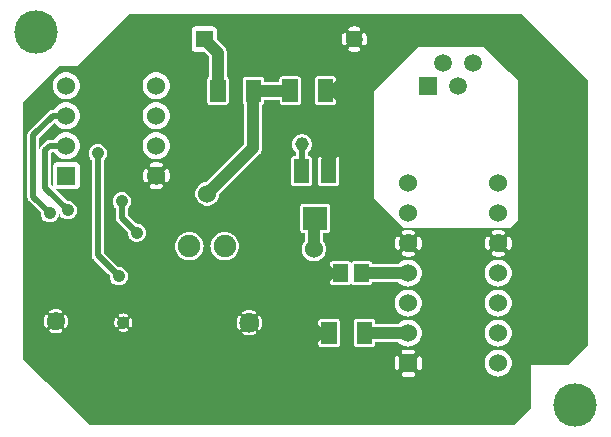
<source format=gbr>
G04 start of page 3 for group 1 idx 1 *
G04 Title: (unknown), bottom *
G04 Creator: pcb 20110918 *
G04 CreationDate: Mon Jun 10 22:15:59 2013 UTC *
G04 For: fosse *
G04 Format: Gerber/RS-274X *
G04 PCB-Dimensions: 200000 148000 *
G04 PCB-Coordinate-Origin: lower left *
%MOIN*%
%FSLAX25Y25*%
%LNBOTTOM*%
%ADD48C,0.1250*%
%ADD47C,0.0280*%
%ADD46C,0.0350*%
%ADD45C,0.0650*%
%ADD44C,0.0460*%
%ADD43C,0.0410*%
%ADD42R,0.0512X0.0512*%
%ADD41R,0.0512X0.0512*%
%ADD40C,0.0750*%
%ADD39C,0.1450*%
%ADD38C,0.0550*%
%ADD37C,0.0591*%
%ADD36C,0.0600*%
%ADD35C,0.0200*%
%ADD34C,0.0400*%
%ADD33C,0.0001*%
G54D33*G36*
X102500Y32500D02*Y40000D01*
X106500Y36000D01*
X102500Y32000D01*
Y32500D01*
G37*
G36*
X106000Y52500D02*Y60000D01*
X110000Y56000D01*
X106000Y52000D01*
Y52500D01*
G37*
G36*
X103500Y96000D02*X111000D01*
X107000Y92000D01*
X103000Y96000D01*
X103500D01*
G37*
G36*
X110000Y120500D02*Y113000D01*
X106000Y117000D01*
X110000Y121000D01*
Y120500D01*
G37*
G36*
X167113Y142500D02*X171500D01*
X193500Y120500D01*
Y32000D01*
X187000Y25500D01*
X174500D01*
Y11000D01*
X169000Y5500D01*
X167113D01*
Y23302D01*
X167152Y23347D01*
X167522Y23951D01*
X167793Y24605D01*
X167958Y25294D01*
X168000Y26000D01*
X167958Y26706D01*
X167793Y27395D01*
X167522Y28049D01*
X167152Y28653D01*
X167113Y28698D01*
Y33302D01*
X167152Y33347D01*
X167522Y33951D01*
X167793Y34605D01*
X167958Y35294D01*
X168000Y36000D01*
X167958Y36706D01*
X167793Y37395D01*
X167522Y38049D01*
X167152Y38653D01*
X167113Y38698D01*
Y43302D01*
X167152Y43347D01*
X167522Y43951D01*
X167793Y44605D01*
X167958Y45294D01*
X168000Y46000D01*
X167958Y46706D01*
X167793Y47395D01*
X167522Y48049D01*
X167152Y48653D01*
X167113Y48698D01*
Y53302D01*
X167152Y53347D01*
X167522Y53951D01*
X167793Y54605D01*
X167958Y55294D01*
X168000Y56000D01*
X167958Y56706D01*
X167793Y57395D01*
X167522Y58049D01*
X167152Y58653D01*
X167113Y58698D01*
Y63853D01*
X167156Y63860D01*
X167268Y63897D01*
X167373Y63952D01*
X167468Y64022D01*
X167551Y64106D01*
X167619Y64202D01*
X167670Y64308D01*
X167818Y64716D01*
X167922Y65137D01*
X167984Y65567D01*
X168005Y66000D01*
X167984Y66433D01*
X167922Y66863D01*
X167818Y67284D01*
X167675Y67694D01*
X167622Y67800D01*
X167553Y67896D01*
X167470Y67981D01*
X167375Y68051D01*
X167269Y68106D01*
X167157Y68143D01*
X167113Y68151D01*
Y71000D01*
X167400D01*
X169900Y73500D01*
Y120400D01*
X167113Y123187D01*
Y142500D01*
G37*
G36*
Y58698D02*X166692Y59192D01*
X166153Y59652D01*
X165549Y60022D01*
X164895Y60293D01*
X164206Y60458D01*
X163502Y60514D01*
Y61495D01*
X163933Y61516D01*
X164363Y61578D01*
X164784Y61682D01*
X165194Y61825D01*
X165300Y61878D01*
X165396Y61947D01*
X165481Y62030D01*
X165551Y62125D01*
X165606Y62231D01*
X165643Y62343D01*
X165663Y62460D01*
X165664Y62579D01*
X165646Y62696D01*
X165610Y62809D01*
X165557Y62915D01*
X165488Y63012D01*
X165405Y63096D01*
X165309Y63167D01*
X165204Y63221D01*
X165092Y63259D01*
X164975Y63278D01*
X164856Y63279D01*
X164739Y63261D01*
X164626Y63223D01*
X164355Y63124D01*
X164075Y63056D01*
X163789Y63014D01*
X163502Y63000D01*
Y69000D01*
X163789Y68986D01*
X164075Y68944D01*
X164355Y68876D01*
X164628Y68780D01*
X164739Y68742D01*
X164856Y68725D01*
X164974Y68725D01*
X165091Y68745D01*
X165203Y68782D01*
X165307Y68836D01*
X165402Y68906D01*
X165485Y68991D01*
X165554Y69087D01*
X165607Y69192D01*
X165643Y69305D01*
X165660Y69421D01*
X165659Y69539D01*
X165640Y69656D01*
X165603Y69768D01*
X165548Y69873D01*
X165478Y69968D01*
X165394Y70051D01*
X165298Y70119D01*
X165192Y70170D01*
X164784Y70318D01*
X164363Y70422D01*
X163933Y70484D01*
X163502Y70505D01*
Y71000D01*
X167113D01*
Y68151D01*
X167040Y68163D01*
X166921Y68164D01*
X166804Y68146D01*
X166691Y68110D01*
X166585Y68057D01*
X166488Y67988D01*
X166404Y67905D01*
X166333Y67809D01*
X166279Y67704D01*
X166241Y67592D01*
X166222Y67475D01*
X166221Y67356D01*
X166239Y67239D01*
X166277Y67126D01*
X166376Y66855D01*
X166444Y66575D01*
X166486Y66289D01*
X166500Y66000D01*
X166486Y65711D01*
X166444Y65425D01*
X166376Y65145D01*
X166280Y64872D01*
X166242Y64761D01*
X166225Y64644D01*
X166225Y64526D01*
X166245Y64409D01*
X166282Y64297D01*
X166336Y64193D01*
X166406Y64098D01*
X166491Y64015D01*
X166587Y63946D01*
X166692Y63893D01*
X166805Y63857D01*
X166921Y63840D01*
X167039Y63841D01*
X167113Y63853D01*
Y58698D01*
G37*
G36*
Y48698D02*X166692Y49192D01*
X166153Y49652D01*
X165549Y50022D01*
X164895Y50293D01*
X164206Y50458D01*
X163502Y50514D01*
Y51486D01*
X164206Y51542D01*
X164895Y51707D01*
X165549Y51978D01*
X166153Y52348D01*
X166692Y52808D01*
X167113Y53302D01*
Y48698D01*
G37*
G36*
Y38698D02*X166692Y39192D01*
X166153Y39652D01*
X165549Y40022D01*
X164895Y40293D01*
X164206Y40458D01*
X163502Y40514D01*
Y41486D01*
X164206Y41542D01*
X164895Y41707D01*
X165549Y41978D01*
X166153Y42348D01*
X166692Y42808D01*
X167113Y43302D01*
Y38698D01*
G37*
G36*
Y28698D02*X166692Y29192D01*
X166153Y29652D01*
X165549Y30022D01*
X164895Y30293D01*
X164206Y30458D01*
X163502Y30514D01*
Y31486D01*
X164206Y31542D01*
X164895Y31707D01*
X165549Y31978D01*
X166153Y32348D01*
X166692Y32808D01*
X167113Y33302D01*
Y28698D01*
G37*
G36*
Y5500D02*X163502D01*
Y21486D01*
X164206Y21542D01*
X164895Y21707D01*
X165549Y21978D01*
X166153Y22348D01*
X166692Y22808D01*
X167113Y23302D01*
Y5500D01*
G37*
G36*
X163502Y142500D02*X167113D01*
Y123187D01*
X163502Y126798D01*
Y142500D01*
G37*
G36*
X159887Y33302D02*X160308Y32808D01*
X160847Y32348D01*
X161451Y31978D01*
X162105Y31707D01*
X162794Y31542D01*
X163500Y31486D01*
X163502Y31486D01*
Y30514D01*
X163500Y30514D01*
X162794Y30458D01*
X162105Y30293D01*
X161451Y30022D01*
X160847Y29652D01*
X160308Y29192D01*
X159887Y28698D01*
Y33302D01*
G37*
G36*
Y43302D02*X160308Y42808D01*
X160847Y42348D01*
X161451Y41978D01*
X162105Y41707D01*
X162794Y41542D01*
X163500Y41486D01*
X163502Y41486D01*
Y40514D01*
X163500Y40514D01*
X162794Y40458D01*
X162105Y40293D01*
X161451Y40022D01*
X160847Y39652D01*
X160308Y39192D01*
X159887Y38698D01*
Y43302D01*
G37*
G36*
Y53302D02*X160308Y52808D01*
X160847Y52348D01*
X161451Y51978D01*
X162105Y51707D01*
X162794Y51542D01*
X163500Y51486D01*
X163502Y51486D01*
Y50514D01*
X163500Y50514D01*
X162794Y50458D01*
X162105Y50293D01*
X161451Y50022D01*
X160847Y49652D01*
X160308Y49192D01*
X159887Y48698D01*
Y53302D01*
G37*
G36*
Y71000D02*X163502D01*
Y70505D01*
X163500Y70505D01*
X163067Y70484D01*
X162637Y70422D01*
X162216Y70318D01*
X161806Y70175D01*
X161700Y70122D01*
X161604Y70053D01*
X161519Y69970D01*
X161449Y69875D01*
X161394Y69769D01*
X161357Y69657D01*
X161337Y69540D01*
X161336Y69421D01*
X161354Y69304D01*
X161390Y69191D01*
X161443Y69085D01*
X161512Y68988D01*
X161595Y68904D01*
X161691Y68833D01*
X161796Y68779D01*
X161908Y68741D01*
X162025Y68722D01*
X162144Y68721D01*
X162261Y68739D01*
X162374Y68777D01*
X162645Y68876D01*
X162925Y68944D01*
X163211Y68986D01*
X163500Y69000D01*
X163502Y69000D01*
Y63000D01*
X163500Y63000D01*
X163211Y63014D01*
X162925Y63056D01*
X162645Y63124D01*
X162372Y63220D01*
X162261Y63258D01*
X162144Y63275D01*
X162026Y63275D01*
X161909Y63255D01*
X161797Y63218D01*
X161693Y63164D01*
X161598Y63094D01*
X161515Y63009D01*
X161446Y62913D01*
X161393Y62808D01*
X161357Y62695D01*
X161340Y62579D01*
X161341Y62461D01*
X161360Y62344D01*
X161397Y62232D01*
X161452Y62127D01*
X161522Y62032D01*
X161606Y61949D01*
X161702Y61881D01*
X161808Y61830D01*
X162216Y61682D01*
X162637Y61578D01*
X163067Y61516D01*
X163500Y61495D01*
X163502Y61495D01*
Y60514D01*
X163500Y60514D01*
X162794Y60458D01*
X162105Y60293D01*
X161451Y60022D01*
X160847Y59652D01*
X160308Y59192D01*
X159887Y58698D01*
Y63849D01*
X159960Y63837D01*
X160079Y63836D01*
X160196Y63854D01*
X160309Y63890D01*
X160415Y63943D01*
X160512Y64012D01*
X160596Y64095D01*
X160667Y64191D01*
X160721Y64296D01*
X160759Y64408D01*
X160778Y64525D01*
X160779Y64644D01*
X160761Y64761D01*
X160723Y64874D01*
X160624Y65145D01*
X160556Y65425D01*
X160514Y65711D01*
X160500Y66000D01*
X160514Y66289D01*
X160556Y66575D01*
X160624Y66855D01*
X160720Y67128D01*
X160758Y67239D01*
X160775Y67356D01*
X160775Y67474D01*
X160755Y67591D01*
X160718Y67703D01*
X160664Y67807D01*
X160594Y67902D01*
X160509Y67985D01*
X160413Y68054D01*
X160308Y68107D01*
X160195Y68143D01*
X160079Y68160D01*
X159961Y68159D01*
X159887Y68147D01*
Y71000D01*
G37*
G36*
X163502Y5500D02*X159887D01*
Y23302D01*
X160308Y22808D01*
X160847Y22348D01*
X161451Y21978D01*
X162105Y21707D01*
X162794Y21542D01*
X163500Y21486D01*
X163502Y21486D01*
Y5500D01*
G37*
G36*
X159887D02*X145950D01*
Y71000D01*
X159887D01*
Y68147D01*
X159844Y68140D01*
X159732Y68103D01*
X159627Y68048D01*
X159532Y67978D01*
X159449Y67894D01*
X159381Y67798D01*
X159330Y67692D01*
X159182Y67284D01*
X159078Y66863D01*
X159016Y66433D01*
X158995Y66000D01*
X159016Y65567D01*
X159078Y65137D01*
X159182Y64716D01*
X159325Y64306D01*
X159378Y64200D01*
X159447Y64104D01*
X159530Y64019D01*
X159625Y63949D01*
X159731Y63894D01*
X159843Y63857D01*
X159887Y63849D01*
Y58698D01*
X159848Y58653D01*
X159478Y58049D01*
X159207Y57395D01*
X159042Y56706D01*
X158986Y56000D01*
X159042Y55294D01*
X159207Y54605D01*
X159478Y53951D01*
X159848Y53347D01*
X159887Y53302D01*
Y48698D01*
X159848Y48653D01*
X159478Y48049D01*
X159207Y47395D01*
X159042Y46706D01*
X158986Y46000D01*
X159042Y45294D01*
X159207Y44605D01*
X159478Y43951D01*
X159848Y43347D01*
X159887Y43302D01*
Y38698D01*
X159848Y38653D01*
X159478Y38049D01*
X159207Y37395D01*
X159042Y36706D01*
X158986Y36000D01*
X159042Y35294D01*
X159207Y34605D01*
X159478Y33951D01*
X159848Y33347D01*
X159887Y33302D01*
Y28698D01*
X159848Y28653D01*
X159478Y28049D01*
X159207Y27395D01*
X159042Y26706D01*
X158986Y26000D01*
X159042Y25294D01*
X159207Y24605D01*
X159478Y23951D01*
X159848Y23347D01*
X159887Y23302D01*
Y5500D01*
G37*
G36*
X145950Y142500D02*X163502D01*
Y126798D01*
X158800Y131500D01*
X145950D01*
Y142500D01*
G37*
G36*
X137250Y71000D02*X145950D01*
Y5500D01*
X137250D01*
Y23748D01*
X137368Y23757D01*
X137482Y23785D01*
X137592Y23830D01*
X137692Y23891D01*
X137782Y23968D01*
X137859Y24058D01*
X137920Y24158D01*
X137965Y24268D01*
X137993Y24382D01*
X138000Y24500D01*
Y27500D01*
X137993Y27618D01*
X137965Y27732D01*
X137920Y27842D01*
X137859Y27942D01*
X137782Y28032D01*
X137692Y28109D01*
X137592Y28170D01*
X137482Y28215D01*
X137368Y28243D01*
X137250Y28252D01*
Y33507D01*
X137522Y33951D01*
X137793Y34605D01*
X137958Y35294D01*
X138000Y36000D01*
X137958Y36706D01*
X137793Y37395D01*
X137522Y38049D01*
X137250Y38493D01*
Y43507D01*
X137522Y43951D01*
X137793Y44605D01*
X137958Y45294D01*
X138000Y46000D01*
X137958Y46706D01*
X137793Y47395D01*
X137522Y48049D01*
X137250Y48493D01*
Y53507D01*
X137522Y53951D01*
X137793Y54605D01*
X137958Y55294D01*
X138000Y56000D01*
X137958Y56706D01*
X137793Y57395D01*
X137522Y58049D01*
X137250Y58493D01*
Y63891D01*
X137268Y63897D01*
X137373Y63952D01*
X137468Y64022D01*
X137551Y64106D01*
X137619Y64202D01*
X137670Y64308D01*
X137818Y64716D01*
X137922Y65137D01*
X137984Y65567D01*
X138005Y66000D01*
X137984Y66433D01*
X137922Y66863D01*
X137818Y67284D01*
X137675Y67694D01*
X137622Y67800D01*
X137553Y67896D01*
X137470Y67981D01*
X137375Y68051D01*
X137269Y68106D01*
X137250Y68112D01*
Y71000D01*
G37*
G36*
Y48493D02*X137152Y48653D01*
X136692Y49192D01*
X136153Y49652D01*
X135549Y50022D01*
X134895Y50293D01*
X134206Y50458D01*
X133500Y50514D01*
Y51486D01*
X134206Y51542D01*
X134895Y51707D01*
X135549Y51978D01*
X136153Y52348D01*
X136692Y52808D01*
X137152Y53347D01*
X137250Y53507D01*
Y48493D01*
G37*
G36*
Y38493D02*X137152Y38653D01*
X136692Y39192D01*
X136153Y39652D01*
X135549Y40022D01*
X134895Y40293D01*
X134206Y40458D01*
X133500Y40514D01*
Y41486D01*
X134206Y41542D01*
X134895Y41707D01*
X135549Y41978D01*
X136153Y42348D01*
X136692Y42808D01*
X137152Y43347D01*
X137250Y43507D01*
Y38493D01*
G37*
G36*
Y5500D02*X133500D01*
Y21500D01*
X135000D01*
X135118Y21507D01*
X135232Y21535D01*
X135342Y21580D01*
X135442Y21641D01*
X135532Y21718D01*
X135609Y21808D01*
X135670Y21908D01*
X135715Y22018D01*
X135743Y22132D01*
X135752Y22250D01*
X135743Y22368D01*
X135715Y22482D01*
X135670Y22592D01*
X135609Y22692D01*
X135532Y22782D01*
X135442Y22859D01*
X135342Y22920D01*
X135232Y22965D01*
X135118Y22993D01*
X135000Y23000D01*
X133500D01*
Y29000D01*
X135000D01*
X135118Y29007D01*
X135232Y29035D01*
X135342Y29080D01*
X135442Y29141D01*
X135532Y29218D01*
X135609Y29308D01*
X135670Y29408D01*
X135715Y29518D01*
X135743Y29632D01*
X135752Y29750D01*
X135743Y29868D01*
X135715Y29982D01*
X135670Y30092D01*
X135609Y30192D01*
X135532Y30282D01*
X135442Y30359D01*
X135342Y30420D01*
X135232Y30465D01*
X135118Y30493D01*
X135000Y30500D01*
X133500D01*
Y31486D01*
X134206Y31542D01*
X134895Y31707D01*
X135549Y31978D01*
X136153Y32348D01*
X136692Y32808D01*
X137152Y33347D01*
X137250Y33507D01*
Y28252D01*
X137132Y28243D01*
X137018Y28215D01*
X136908Y28170D01*
X136808Y28109D01*
X136718Y28032D01*
X136641Y27942D01*
X136580Y27842D01*
X136535Y27732D01*
X136507Y27618D01*
X136500Y27500D01*
Y24500D01*
X136507Y24382D01*
X136535Y24268D01*
X136580Y24158D01*
X136641Y24058D01*
X136718Y23968D01*
X136808Y23891D01*
X136908Y23830D01*
X137018Y23785D01*
X137132Y23757D01*
X137250Y23748D01*
Y5500D01*
G37*
G36*
X133500Y71000D02*X137250D01*
Y68112D01*
X137157Y68143D01*
X137040Y68163D01*
X136921Y68164D01*
X136804Y68146D01*
X136691Y68110D01*
X136585Y68057D01*
X136488Y67988D01*
X136404Y67905D01*
X136333Y67809D01*
X136279Y67704D01*
X136241Y67592D01*
X136222Y67475D01*
X136221Y67356D01*
X136239Y67239D01*
X136277Y67126D01*
X136376Y66855D01*
X136444Y66575D01*
X136486Y66289D01*
X136500Y66000D01*
X136486Y65711D01*
X136444Y65425D01*
X136376Y65145D01*
X136280Y64872D01*
X136242Y64761D01*
X136225Y64644D01*
X136225Y64526D01*
X136245Y64409D01*
X136282Y64297D01*
X136336Y64193D01*
X136406Y64098D01*
X136491Y64015D01*
X136587Y63946D01*
X136692Y63893D01*
X136805Y63857D01*
X136921Y63840D01*
X137039Y63841D01*
X137156Y63860D01*
X137250Y63891D01*
Y58493D01*
X137152Y58653D01*
X136692Y59192D01*
X136153Y59652D01*
X135549Y60022D01*
X134895Y60293D01*
X134206Y60458D01*
X133500Y60514D01*
Y61495D01*
X133933Y61516D01*
X134363Y61578D01*
X134784Y61682D01*
X135194Y61825D01*
X135300Y61878D01*
X135396Y61947D01*
X135481Y62030D01*
X135551Y62125D01*
X135606Y62231D01*
X135643Y62343D01*
X135663Y62460D01*
X135664Y62579D01*
X135646Y62696D01*
X135610Y62809D01*
X135557Y62915D01*
X135488Y63012D01*
X135405Y63096D01*
X135309Y63167D01*
X135204Y63221D01*
X135092Y63259D01*
X134975Y63278D01*
X134856Y63279D01*
X134739Y63261D01*
X134626Y63223D01*
X134355Y63124D01*
X134075Y63056D01*
X133789Y63014D01*
X133500Y63000D01*
Y69000D01*
X133789Y68986D01*
X134075Y68944D01*
X134355Y68876D01*
X134628Y68780D01*
X134739Y68742D01*
X134856Y68725D01*
X134974Y68725D01*
X135091Y68745D01*
X135203Y68782D01*
X135307Y68836D01*
X135402Y68906D01*
X135485Y68991D01*
X135554Y69087D01*
X135607Y69192D01*
X135643Y69305D01*
X135660Y69421D01*
X135659Y69539D01*
X135640Y69656D01*
X135603Y69768D01*
X135548Y69873D01*
X135478Y69968D01*
X135394Y70051D01*
X135298Y70119D01*
X135192Y70170D01*
X134784Y70318D01*
X134363Y70422D01*
X133933Y70484D01*
X133500Y70505D01*
Y71000D01*
G37*
G36*
Y142500D02*X145950D01*
Y131500D01*
X137000D01*
X133500Y128000D01*
Y142500D01*
G37*
G36*
Y40514D02*X133500D01*
X132794Y40458D01*
X132105Y40293D01*
X131451Y40022D01*
X130847Y39652D01*
X130308Y39192D01*
X130144Y39000D01*
X122456D01*
X122455Y39897D01*
X122418Y40050D01*
X122358Y40195D01*
X122276Y40330D01*
X122173Y40449D01*
X122054Y40552D01*
X121919Y40634D01*
X121774Y40694D01*
X121621Y40731D01*
X121464Y40740D01*
X118890Y40735D01*
Y52060D01*
X120716Y52063D01*
X120869Y52100D01*
X121014Y52160D01*
X121149Y52242D01*
X121268Y52345D01*
X121371Y52464D01*
X121453Y52599D01*
X121513Y52744D01*
X121550Y52897D01*
X121556Y53000D01*
X130144D01*
X130308Y52808D01*
X130847Y52348D01*
X131451Y51978D01*
X132105Y51707D01*
X132794Y51542D01*
X133500Y51486D01*
X133500D01*
Y50514D01*
X133500D01*
X132794Y50458D01*
X132105Y50293D01*
X131451Y50022D01*
X130847Y49652D01*
X130308Y49192D01*
X129848Y48653D01*
X129478Y48049D01*
X129207Y47395D01*
X129042Y46706D01*
X128986Y46000D01*
X129042Y45294D01*
X129207Y44605D01*
X129478Y43951D01*
X129848Y43347D01*
X130308Y42808D01*
X130847Y42348D01*
X131451Y41978D01*
X132105Y41707D01*
X132794Y41542D01*
X133500Y41486D01*
X133500D01*
Y40514D01*
G37*
G36*
Y5500D02*X129750D01*
Y23748D01*
X129868Y23757D01*
X129982Y23785D01*
X130092Y23830D01*
X130192Y23891D01*
X130282Y23968D01*
X130359Y24058D01*
X130420Y24158D01*
X130465Y24268D01*
X130493Y24382D01*
X130500Y24500D01*
Y27500D01*
X130493Y27618D01*
X130465Y27732D01*
X130420Y27842D01*
X130359Y27942D01*
X130282Y28032D01*
X130192Y28109D01*
X130092Y28170D01*
X129982Y28215D01*
X129868Y28243D01*
X129750Y28252D01*
Y33000D01*
X130144D01*
X130308Y32808D01*
X130847Y32348D01*
X131451Y31978D01*
X132105Y31707D01*
X132794Y31542D01*
X133500Y31486D01*
X133500D01*
Y30500D01*
X132000D01*
X131882Y30493D01*
X131768Y30465D01*
X131658Y30420D01*
X131558Y30359D01*
X131468Y30282D01*
X131391Y30192D01*
X131330Y30092D01*
X131285Y29982D01*
X131257Y29868D01*
X131248Y29750D01*
X131257Y29632D01*
X131285Y29518D01*
X131330Y29408D01*
X131391Y29308D01*
X131468Y29218D01*
X131558Y29141D01*
X131658Y29080D01*
X131768Y29035D01*
X131882Y29007D01*
X132000Y29000D01*
X133500D01*
Y23000D01*
X132000D01*
X131882Y22993D01*
X131768Y22965D01*
X131658Y22920D01*
X131558Y22859D01*
X131468Y22782D01*
X131391Y22692D01*
X131330Y22592D01*
X131285Y22482D01*
X131257Y22368D01*
X131248Y22250D01*
X131257Y22132D01*
X131285Y22018D01*
X131330Y21908D01*
X131391Y21808D01*
X131468Y21718D01*
X131558Y21641D01*
X131658Y21580D01*
X131768Y21535D01*
X131882Y21507D01*
X132000Y21500D01*
X133500D01*
Y5500D01*
G37*
G36*
X129750D02*X118890D01*
Y31264D01*
X121621Y31269D01*
X121774Y31306D01*
X121919Y31366D01*
X122054Y31448D01*
X122173Y31551D01*
X122276Y31670D01*
X122358Y31805D01*
X122418Y31950D01*
X122455Y32103D01*
X122464Y32260D01*
X122463Y33000D01*
X129750D01*
Y28252D01*
X129632Y28243D01*
X129518Y28215D01*
X129408Y28170D01*
X129308Y28109D01*
X129218Y28032D01*
X129141Y27942D01*
X129080Y27842D01*
X129035Y27732D01*
X129007Y27618D01*
X129000Y27500D01*
Y24500D01*
X129007Y24382D01*
X129035Y24268D01*
X129080Y24158D01*
X129141Y24058D01*
X129218Y23968D01*
X129308Y23891D01*
X129408Y23830D01*
X129518Y23785D01*
X129632Y23757D01*
X129750Y23748D01*
Y5500D01*
G37*
G36*
X129887Y73302D02*X130308Y72808D01*
X130847Y72348D01*
X130860Y72340D01*
X132200Y71000D01*
X133500D01*
Y70505D01*
X133500D01*
X133067Y70484D01*
X132637Y70422D01*
X132216Y70318D01*
X131806Y70175D01*
X131700Y70122D01*
X131604Y70053D01*
X131519Y69970D01*
X131449Y69875D01*
X131394Y69769D01*
X131357Y69657D01*
X131337Y69540D01*
X131336Y69421D01*
X131354Y69304D01*
X131390Y69191D01*
X131443Y69085D01*
X131512Y68988D01*
X131595Y68904D01*
X131691Y68833D01*
X131796Y68779D01*
X131908Y68741D01*
X132025Y68722D01*
X132144Y68721D01*
X132261Y68739D01*
X132374Y68777D01*
X132645Y68876D01*
X132925Y68944D01*
X133211Y68986D01*
X133500Y69000D01*
X133500D01*
Y63000D01*
X133500D01*
X133211Y63014D01*
X132925Y63056D01*
X132645Y63124D01*
X132372Y63220D01*
X132261Y63258D01*
X132144Y63275D01*
X132026Y63275D01*
X131909Y63255D01*
X131797Y63218D01*
X131693Y63164D01*
X131598Y63094D01*
X131515Y63009D01*
X131446Y62913D01*
X131393Y62808D01*
X131357Y62695D01*
X131340Y62579D01*
X131341Y62461D01*
X131360Y62344D01*
X131397Y62232D01*
X131452Y62127D01*
X131522Y62032D01*
X131606Y61949D01*
X131702Y61881D01*
X131808Y61830D01*
X132216Y61682D01*
X132637Y61578D01*
X133067Y61516D01*
X133500Y61495D01*
X133500D01*
Y60514D01*
X133500D01*
X132794Y60458D01*
X132105Y60293D01*
X131451Y60022D01*
X130847Y59652D01*
X130308Y59192D01*
X130144Y59000D01*
X129887D01*
Y63849D01*
X129960Y63837D01*
X130079Y63836D01*
X130196Y63854D01*
X130309Y63890D01*
X130415Y63943D01*
X130512Y64012D01*
X130596Y64095D01*
X130667Y64191D01*
X130721Y64296D01*
X130759Y64408D01*
X130778Y64525D01*
X130779Y64644D01*
X130761Y64761D01*
X130723Y64874D01*
X130624Y65145D01*
X130556Y65425D01*
X130514Y65711D01*
X130500Y66000D01*
X130514Y66289D01*
X130556Y66575D01*
X130624Y66855D01*
X130720Y67128D01*
X130758Y67239D01*
X130775Y67356D01*
X130775Y67474D01*
X130755Y67591D01*
X130718Y67703D01*
X130664Y67807D01*
X130594Y67902D01*
X130509Y67985D01*
X130413Y68054D01*
X130308Y68107D01*
X130195Y68143D01*
X130079Y68160D01*
X129961Y68159D01*
X129887Y68147D01*
Y73302D01*
G37*
G36*
Y142500D02*X133500D01*
Y128000D01*
X129887Y124387D01*
Y142500D01*
G37*
G36*
X118890D02*X129887D01*
Y124387D01*
X122000Y116500D01*
Y81200D01*
X129840Y73360D01*
X129848Y73347D01*
X129887Y73302D01*
Y68147D01*
X129844Y68140D01*
X129732Y68103D01*
X129627Y68048D01*
X129532Y67978D01*
X129449Y67894D01*
X129381Y67798D01*
X129330Y67692D01*
X129182Y67284D01*
X129078Y66863D01*
X129016Y66433D01*
X128995Y66000D01*
X129016Y65567D01*
X129078Y65137D01*
X129182Y64716D01*
X129325Y64306D01*
X129378Y64200D01*
X129447Y64104D01*
X129530Y64019D01*
X129625Y63949D01*
X129731Y63894D01*
X129843Y63857D01*
X129887Y63849D01*
Y59000D01*
X121550D01*
X121550Y59115D01*
X121513Y59268D01*
X121453Y59413D01*
X121371Y59548D01*
X121268Y59667D01*
X121149Y59770D01*
X121014Y59852D01*
X120869Y59912D01*
X120716Y59949D01*
X120559Y59958D01*
X118890Y59955D01*
Y132035D01*
X118981Y132053D01*
X119092Y132093D01*
X119195Y132151D01*
X119288Y132223D01*
X119369Y132310D01*
X119435Y132408D01*
X119482Y132515D01*
X119603Y132875D01*
X119687Y133245D01*
X119737Y133621D01*
X119754Y134000D01*
X119737Y134379D01*
X119687Y134755D01*
X119603Y135125D01*
X119486Y135486D01*
X119437Y135594D01*
X119371Y135692D01*
X119290Y135779D01*
X119197Y135852D01*
X119093Y135909D01*
X118982Y135950D01*
X118890Y135968D01*
Y142500D01*
G37*
G36*
Y40735D02*X116189Y40731D01*
X116036Y40694D01*
X115891Y40634D01*
X115756Y40552D01*
X115637Y40449D01*
X115534Y40330D01*
X115501Y40276D01*
Y52054D01*
X118890Y52060D01*
Y40735D01*
G37*
G36*
Y5500D02*X115501D01*
Y31724D01*
X115534Y31670D01*
X115637Y31551D01*
X115756Y31448D01*
X115891Y31366D01*
X116036Y31306D01*
X116189Y31269D01*
X116346Y31260D01*
X118890Y31264D01*
Y5500D01*
G37*
G36*
X115501Y142500D02*X118890D01*
Y135968D01*
X118866Y135973D01*
X118747Y135977D01*
X118630Y135963D01*
X118516Y135930D01*
X118408Y135880D01*
X118310Y135814D01*
X118223Y135733D01*
X118150Y135640D01*
X118093Y135536D01*
X118052Y135425D01*
X118029Y135309D01*
X118025Y135190D01*
X118039Y135073D01*
X118074Y134960D01*
X118152Y134727D01*
X118206Y134488D01*
X118239Y134245D01*
X118250Y134000D01*
X118239Y133755D01*
X118206Y133512D01*
X118152Y133273D01*
X118077Y133039D01*
X118042Y132927D01*
X118028Y132810D01*
X118032Y132692D01*
X118055Y132576D01*
X118095Y132465D01*
X118153Y132362D01*
X118225Y132269D01*
X118312Y132188D01*
X118410Y132122D01*
X118517Y132073D01*
X118630Y132040D01*
X118747Y132026D01*
X118865Y132030D01*
X118890Y132035D01*
Y59955D01*
X115501Y59949D01*
Y129746D01*
X115879Y129763D01*
X116255Y129813D01*
X116625Y129897D01*
X116986Y130014D01*
X117094Y130063D01*
X117192Y130129D01*
X117279Y130210D01*
X117352Y130303D01*
X117409Y130407D01*
X117450Y130518D01*
X117473Y130634D01*
X117477Y130753D01*
X117463Y130870D01*
X117430Y130984D01*
X117380Y131092D01*
X117314Y131190D01*
X117233Y131277D01*
X117140Y131350D01*
X117036Y131407D01*
X116925Y131448D01*
X116809Y131471D01*
X116690Y131475D01*
X116573Y131461D01*
X116460Y131426D01*
X116227Y131348D01*
X115988Y131294D01*
X115745Y131261D01*
X115501Y131250D01*
Y136750D01*
X115745Y136739D01*
X115988Y136706D01*
X116227Y136652D01*
X116461Y136577D01*
X116573Y136542D01*
X116690Y136528D01*
X116808Y136532D01*
X116924Y136555D01*
X117035Y136595D01*
X117138Y136653D01*
X117231Y136725D01*
X117312Y136812D01*
X117378Y136910D01*
X117427Y137017D01*
X117460Y137130D01*
X117474Y137247D01*
X117470Y137365D01*
X117447Y137481D01*
X117407Y137592D01*
X117349Y137695D01*
X117277Y137788D01*
X117190Y137869D01*
X117092Y137935D01*
X116985Y137982D01*
X116625Y138103D01*
X116255Y138187D01*
X115879Y138237D01*
X115501Y138254D01*
Y142500D01*
G37*
G36*
X112110Y52061D02*X113630Y52063D01*
X113783Y52100D01*
X113928Y52160D01*
X114063Y52242D01*
X114182Y52345D01*
X114285Y52464D01*
X114367Y52599D01*
X114427Y52744D01*
X114457Y52869D01*
X114487Y52744D01*
X114547Y52599D01*
X114629Y52464D01*
X114732Y52345D01*
X114851Y52242D01*
X114986Y52160D01*
X115131Y52100D01*
X115284Y52063D01*
X115441Y52054D01*
X115501Y52054D01*
Y40276D01*
X115452Y40195D01*
X115392Y40050D01*
X115355Y39897D01*
X115346Y39740D01*
X115355Y32103D01*
X115392Y31950D01*
X115452Y31805D01*
X115501Y31724D01*
Y5500D01*
X112110D01*
Y52061D01*
G37*
G36*
Y142500D02*X115501D01*
Y138254D01*
X115500Y138254D01*
X115121Y138237D01*
X114745Y138187D01*
X114375Y138103D01*
X114014Y137986D01*
X113906Y137937D01*
X113808Y137871D01*
X113721Y137790D01*
X113648Y137697D01*
X113591Y137593D01*
X113550Y137482D01*
X113527Y137366D01*
X113523Y137247D01*
X113537Y137130D01*
X113570Y137016D01*
X113620Y136908D01*
X113686Y136810D01*
X113767Y136723D01*
X113860Y136650D01*
X113964Y136593D01*
X114075Y136552D01*
X114191Y136529D01*
X114310Y136525D01*
X114427Y136539D01*
X114540Y136574D01*
X114773Y136652D01*
X115012Y136706D01*
X115255Y136739D01*
X115500Y136750D01*
X115501Y136750D01*
Y131250D01*
X115500Y131250D01*
X115255Y131261D01*
X115012Y131294D01*
X114773Y131348D01*
X114539Y131423D01*
X114427Y131458D01*
X114310Y131472D01*
X114192Y131468D01*
X114076Y131445D01*
X113965Y131405D01*
X113862Y131347D01*
X113769Y131275D01*
X113688Y131188D01*
X113622Y131090D01*
X113573Y130983D01*
X113540Y130870D01*
X113526Y130753D01*
X113530Y130635D01*
X113553Y130519D01*
X113593Y130408D01*
X113651Y130305D01*
X113723Y130212D01*
X113810Y130131D01*
X113908Y130065D01*
X114015Y130018D01*
X114375Y129897D01*
X114745Y129813D01*
X115121Y129763D01*
X115500Y129746D01*
X115501Y129746D01*
Y59949D01*
X115284Y59949D01*
X115131Y59912D01*
X114986Y59852D01*
X114851Y59770D01*
X114732Y59667D01*
X114629Y59548D01*
X114547Y59413D01*
X114487Y59268D01*
X114457Y59143D01*
X114427Y59268D01*
X114367Y59413D01*
X114285Y59548D01*
X114182Y59667D01*
X114063Y59770D01*
X113928Y59852D01*
X113783Y59912D01*
X113630Y59949D01*
X113473Y59958D01*
X112110Y59956D01*
Y132032D01*
X112134Y132027D01*
X112253Y132023D01*
X112370Y132037D01*
X112484Y132070D01*
X112592Y132120D01*
X112690Y132186D01*
X112777Y132267D01*
X112850Y132360D01*
X112907Y132464D01*
X112948Y132575D01*
X112971Y132691D01*
X112975Y132810D01*
X112961Y132927D01*
X112926Y133040D01*
X112848Y133273D01*
X112794Y133512D01*
X112761Y133755D01*
X112750Y134000D01*
X112761Y134245D01*
X112794Y134488D01*
X112848Y134727D01*
X112923Y134961D01*
X112958Y135073D01*
X112972Y135190D01*
X112968Y135308D01*
X112945Y135424D01*
X112905Y135535D01*
X112847Y135638D01*
X112775Y135731D01*
X112688Y135812D01*
X112590Y135878D01*
X112483Y135927D01*
X112370Y135960D01*
X112253Y135974D01*
X112135Y135970D01*
X112110Y135965D01*
Y142500D01*
G37*
G36*
X107095D02*X112110D01*
Y135965D01*
X112019Y135947D01*
X111908Y135907D01*
X111805Y135850D01*
X111712Y135777D01*
X111631Y135690D01*
X111565Y135592D01*
X111518Y135485D01*
X111397Y135125D01*
X111313Y134755D01*
X111263Y134379D01*
X111246Y134000D01*
X111263Y133621D01*
X111313Y133245D01*
X111397Y132875D01*
X111514Y132514D01*
X111563Y132406D01*
X111629Y132308D01*
X111710Y132221D01*
X111803Y132148D01*
X111907Y132091D01*
X112018Y132050D01*
X112110Y132032D01*
Y59956D01*
X108198Y59949D01*
X108045Y59912D01*
X107900Y59852D01*
X107765Y59770D01*
X107646Y59667D01*
X107543Y59548D01*
X107461Y59413D01*
X107401Y59268D01*
X107364Y59115D01*
X107355Y58958D01*
X107364Y52897D01*
X107401Y52744D01*
X107461Y52599D01*
X107543Y52464D01*
X107646Y52345D01*
X107765Y52242D01*
X107900Y52160D01*
X108045Y52100D01*
X108198Y52063D01*
X108355Y52054D01*
X112110Y52061D01*
Y5500D01*
X107095D01*
Y31264D01*
X109811Y31269D01*
X109964Y31306D01*
X110109Y31366D01*
X110244Y31448D01*
X110363Y31551D01*
X110466Y31670D01*
X110548Y31805D01*
X110608Y31950D01*
X110645Y32103D01*
X110654Y32260D01*
X110645Y39897D01*
X110608Y40050D01*
X110548Y40195D01*
X110466Y40330D01*
X110363Y40449D01*
X110244Y40552D01*
X110109Y40634D01*
X109964Y40694D01*
X109811Y40731D01*
X109654Y40740D01*
X107095Y40736D01*
Y69586D01*
X107118Y69606D01*
X107221Y69725D01*
X107303Y69860D01*
X107363Y70005D01*
X107400Y70158D01*
X107409Y70315D01*
X107400Y78346D01*
X107363Y78499D01*
X107303Y78644D01*
X107221Y78779D01*
X107118Y78898D01*
X107095Y78918D01*
Y85068D01*
X109716Y85072D01*
X109869Y85109D01*
X110014Y85169D01*
X110149Y85251D01*
X110268Y85354D01*
X110371Y85473D01*
X110453Y85608D01*
X110513Y85753D01*
X110550Y85906D01*
X110559Y86063D01*
X110550Y94094D01*
X110513Y94247D01*
X110453Y94392D01*
X110371Y94527D01*
X110268Y94646D01*
X110149Y94749D01*
X110014Y94831D01*
X109869Y94891D01*
X109716Y94928D01*
X109559Y94937D01*
X107095Y94933D01*
Y112093D01*
X108647Y112095D01*
X108800Y112132D01*
X108945Y112192D01*
X109080Y112274D01*
X109199Y112377D01*
X109302Y112496D01*
X109384Y112631D01*
X109444Y112776D01*
X109481Y112929D01*
X109490Y113086D01*
X109481Y120723D01*
X109444Y120876D01*
X109384Y121021D01*
X109302Y121156D01*
X109199Y121275D01*
X109080Y121378D01*
X108945Y121460D01*
X108800Y121520D01*
X108647Y121557D01*
X108490Y121566D01*
X107095Y121564D01*
Y142500D01*
G37*
G36*
Y5500D02*X97945D01*
Y69504D01*
X97945Y69503D01*
X98080Y69421D01*
X98225Y69361D01*
X98378Y69324D01*
X98535Y69315D01*
X99000Y69316D01*
Y66646D01*
X98754Y66358D01*
X98425Y65822D01*
X98184Y65240D01*
X98037Y64628D01*
X97988Y64000D01*
X98037Y63372D01*
X98184Y62760D01*
X98425Y62178D01*
X98754Y61642D01*
X99163Y61163D01*
X99642Y60754D01*
X100178Y60425D01*
X100760Y60184D01*
X101372Y60037D01*
X102000Y59988D01*
X102628Y60037D01*
X103240Y60184D01*
X103822Y60425D01*
X104358Y60754D01*
X104837Y61163D01*
X105246Y61642D01*
X105575Y62178D01*
X105816Y62760D01*
X105963Y63372D01*
X106000Y64000D01*
X105963Y64628D01*
X105816Y65240D01*
X105575Y65822D01*
X105246Y66358D01*
X105000Y66646D01*
Y69322D01*
X106566Y69324D01*
X106719Y69361D01*
X106864Y69421D01*
X106999Y69503D01*
X107095Y69586D01*
Y40736D01*
X104379Y40731D01*
X104226Y40694D01*
X104081Y40634D01*
X103946Y40552D01*
X103827Y40449D01*
X103724Y40330D01*
X103642Y40195D01*
X103582Y40050D01*
X103545Y39897D01*
X103536Y39740D01*
X103545Y32103D01*
X103582Y31950D01*
X103642Y31805D01*
X103724Y31670D01*
X103827Y31551D01*
X103946Y31448D01*
X104081Y31366D01*
X104226Y31306D01*
X104379Y31269D01*
X104536Y31260D01*
X107095Y31264D01*
Y5500D01*
G37*
G36*
X97945Y142500D02*X107095D01*
Y121564D01*
X103215Y121557D01*
X103062Y121520D01*
X102917Y121460D01*
X102782Y121378D01*
X102663Y121275D01*
X102560Y121156D01*
X102478Y121021D01*
X102418Y120876D01*
X102381Y120723D01*
X102372Y120566D01*
X102381Y112929D01*
X102418Y112776D01*
X102478Y112631D01*
X102560Y112496D01*
X102663Y112377D01*
X102782Y112274D01*
X102917Y112192D01*
X103062Y112132D01*
X103215Y112095D01*
X103372Y112086D01*
X107095Y112093D01*
Y94933D01*
X104284Y94928D01*
X104131Y94891D01*
X103986Y94831D01*
X103851Y94749D01*
X103732Y94646D01*
X103629Y94527D01*
X103547Y94392D01*
X103487Y94247D01*
X103450Y94094D01*
X103441Y93937D01*
X103450Y85906D01*
X103487Y85753D01*
X103547Y85608D01*
X103629Y85473D01*
X103732Y85354D01*
X103851Y85251D01*
X103986Y85169D01*
X104131Y85109D01*
X104284Y85072D01*
X104441Y85063D01*
X107095Y85068D01*
Y78918D01*
X106999Y79001D01*
X106864Y79083D01*
X106719Y79143D01*
X106566Y79180D01*
X106409Y79189D01*
X98378Y79180D01*
X98225Y79143D01*
X98080Y79083D01*
X97945Y79001D01*
X97945Y79000D01*
Y85068D01*
X100661Y85073D01*
X100814Y85110D01*
X100960Y85170D01*
X101094Y85252D01*
X101214Y85354D01*
X101316Y85474D01*
X101398Y85608D01*
X101458Y85754D01*
X101495Y85907D01*
X101504Y86064D01*
X101495Y94094D01*
X101458Y94247D01*
X101398Y94393D01*
X101316Y94527D01*
X101214Y94647D01*
X101094Y94749D01*
X100960Y94831D01*
X100814Y94891D01*
X100661Y94928D01*
X100504Y94938D01*
X100000Y94937D01*
Y96368D01*
X100341Y96659D01*
X100678Y97054D01*
X100949Y97497D01*
X101148Y97977D01*
X101269Y98482D01*
X101300Y99000D01*
X101269Y99518D01*
X101148Y100023D01*
X100949Y100503D01*
X100678Y100946D01*
X100341Y101341D01*
X99946Y101678D01*
X99503Y101949D01*
X99023Y102148D01*
X98518Y102269D01*
X98000Y102310D01*
X97945Y102306D01*
Y142500D01*
G37*
G36*
X84001D02*X97945D01*
Y102306D01*
X97482Y102269D01*
X96977Y102148D01*
X96497Y101949D01*
X96054Y101678D01*
X95659Y101341D01*
X95322Y100946D01*
X95051Y100503D01*
X94852Y100023D01*
X94731Y99518D01*
X94690Y99000D01*
X94731Y98482D01*
X94852Y97977D01*
X95051Y97497D01*
X95322Y97054D01*
X95659Y96659D01*
X96000Y96368D01*
Y94930D01*
X95229Y94928D01*
X95076Y94891D01*
X94930Y94831D01*
X94796Y94749D01*
X94676Y94647D01*
X94574Y94527D01*
X94492Y94393D01*
X94432Y94247D01*
X94395Y94094D01*
X94385Y93938D01*
X94395Y85907D01*
X94432Y85754D01*
X94492Y85608D01*
X94574Y85474D01*
X94676Y85354D01*
X94796Y85252D01*
X94930Y85170D01*
X95076Y85110D01*
X95229Y85073D01*
X95385Y85064D01*
X97945Y85068D01*
Y79000D01*
X97826Y78898D01*
X97723Y78779D01*
X97641Y78644D01*
X97581Y78499D01*
X97544Y78346D01*
X97535Y78189D01*
X97544Y70158D01*
X97581Y70005D01*
X97641Y69860D01*
X97723Y69725D01*
X97826Y69606D01*
X97945Y69504D01*
Y5500D01*
X84001D01*
Y37205D01*
X84032Y37222D01*
X84094Y37270D01*
X84148Y37327D01*
X84191Y37393D01*
X84377Y37748D01*
X84525Y38121D01*
X84637Y38506D01*
X84712Y38900D01*
X84750Y39299D01*
Y39701D01*
X84712Y40100D01*
X84637Y40494D01*
X84525Y40879D01*
X84377Y41252D01*
X84195Y41609D01*
X84151Y41675D01*
X84097Y41733D01*
X84034Y41781D01*
X84001Y41800D01*
Y95752D01*
X84270Y96067D01*
X84271Y96067D01*
X84517Y96470D01*
X84698Y96906D01*
X84808Y97365D01*
X84845Y97836D01*
X84836Y97954D01*
Y112139D01*
X84850Y112145D01*
X84985Y112227D01*
X85104Y112330D01*
X85207Y112449D01*
X85289Y112584D01*
X85349Y112729D01*
X85386Y112882D01*
X85395Y113039D01*
X85394Y113779D01*
X90570D01*
X90571Y112929D01*
X90608Y112776D01*
X90668Y112631D01*
X90750Y112496D01*
X90853Y112377D01*
X90972Y112274D01*
X91107Y112192D01*
X91252Y112132D01*
X91405Y112095D01*
X91562Y112086D01*
X96837Y112095D01*
X96990Y112132D01*
X97135Y112192D01*
X97270Y112274D01*
X97389Y112377D01*
X97492Y112496D01*
X97574Y112631D01*
X97634Y112776D01*
X97671Y112929D01*
X97680Y113086D01*
X97671Y120723D01*
X97634Y120876D01*
X97574Y121021D01*
X97492Y121156D01*
X97389Y121275D01*
X97270Y121378D01*
X97135Y121460D01*
X96990Y121520D01*
X96837Y121557D01*
X96680Y121566D01*
X91405Y121557D01*
X91252Y121520D01*
X91107Y121460D01*
X90972Y121378D01*
X90853Y121275D01*
X90750Y121156D01*
X90668Y121021D01*
X90608Y120876D01*
X90571Y120723D01*
X90562Y120566D01*
X90563Y119779D01*
X85387D01*
X85386Y120676D01*
X85349Y120829D01*
X85289Y120974D01*
X85207Y121109D01*
X85104Y121228D01*
X84985Y121331D01*
X84850Y121413D01*
X84705Y121473D01*
X84552Y121510D01*
X84395Y121519D01*
X84001Y121518D01*
Y142500D01*
G37*
G36*
Y5500D02*X80502D01*
Y35250D01*
X80701D01*
X81100Y35288D01*
X81494Y35363D01*
X81879Y35475D01*
X82252Y35623D01*
X82609Y35805D01*
X82675Y35849D01*
X82733Y35903D01*
X82781Y35966D01*
X82820Y36036D01*
X82846Y36110D01*
X82861Y36188D01*
X82864Y36267D01*
X82854Y36346D01*
X82832Y36422D01*
X82798Y36494D01*
X82753Y36559D01*
X82699Y36617D01*
X82636Y36666D01*
X82567Y36704D01*
X82492Y36731D01*
X82414Y36745D01*
X82335Y36748D01*
X82257Y36738D01*
X82180Y36716D01*
X82109Y36681D01*
X81838Y36538D01*
X81553Y36425D01*
X81259Y36340D01*
X80958Y36282D01*
X80653Y36254D01*
X80502D01*
Y42746D01*
X80653D01*
X80958Y42718D01*
X81259Y42660D01*
X81553Y42575D01*
X81838Y42462D01*
X82111Y42322D01*
X82182Y42288D01*
X82257Y42266D01*
X82335Y42256D01*
X82414Y42258D01*
X82491Y42273D01*
X82565Y42300D01*
X82634Y42337D01*
X82697Y42386D01*
X82750Y42443D01*
X82795Y42508D01*
X82828Y42579D01*
X82850Y42655D01*
X82860Y42733D01*
X82858Y42812D01*
X82843Y42889D01*
X82816Y42963D01*
X82778Y43032D01*
X82730Y43094D01*
X82673Y43148D01*
X82607Y43191D01*
X82252Y43377D01*
X81879Y43525D01*
X81494Y43637D01*
X81100Y43712D01*
X80701Y43750D01*
X80502D01*
Y92259D01*
X83874Y95632D01*
X83964Y95708D01*
X84001Y95752D01*
Y41800D01*
X83964Y41820D01*
X83890Y41846D01*
X83812Y41861D01*
X83733Y41864D01*
X83654Y41854D01*
X83578Y41832D01*
X83506Y41798D01*
X83441Y41753D01*
X83383Y41699D01*
X83334Y41636D01*
X83296Y41567D01*
X83269Y41492D01*
X83255Y41414D01*
X83252Y41335D01*
X83262Y41257D01*
X83284Y41180D01*
X83319Y41109D01*
X83462Y40838D01*
X83575Y40553D01*
X83660Y40259D01*
X83718Y39958D01*
X83746Y39653D01*
Y39347D01*
X83718Y39042D01*
X83660Y38741D01*
X83575Y38447D01*
X83462Y38162D01*
X83322Y37889D01*
X83288Y37818D01*
X83266Y37743D01*
X83256Y37665D01*
X83258Y37586D01*
X83273Y37509D01*
X83300Y37435D01*
X83337Y37366D01*
X83386Y37303D01*
X83443Y37250D01*
X83508Y37205D01*
X83579Y37172D01*
X83655Y37150D01*
X83733Y37140D01*
X83812Y37142D01*
X83889Y37157D01*
X83963Y37184D01*
X84001Y37205D01*
Y5500D01*
G37*
G36*
X80502Y142500D02*X84001D01*
Y121518D01*
X80502Y121512D01*
Y142500D01*
G37*
G36*
X76999Y88756D02*X80502Y92259D01*
Y43750D01*
X80299D01*
X79900Y43712D01*
X79506Y43637D01*
X79121Y43525D01*
X78748Y43377D01*
X78391Y43195D01*
X78325Y43151D01*
X78267Y43097D01*
X78219Y43034D01*
X78180Y42964D01*
X78154Y42890D01*
X78139Y42812D01*
X78136Y42733D01*
X78146Y42654D01*
X78168Y42578D01*
X78202Y42506D01*
X78247Y42441D01*
X78301Y42383D01*
X78364Y42334D01*
X78433Y42296D01*
X78508Y42269D01*
X78586Y42255D01*
X78665Y42252D01*
X78743Y42262D01*
X78820Y42284D01*
X78891Y42319D01*
X79162Y42462D01*
X79447Y42575D01*
X79741Y42660D01*
X80042Y42718D01*
X80347Y42746D01*
X80502D01*
Y36254D01*
X80347D01*
X80042Y36282D01*
X79741Y36340D01*
X79447Y36425D01*
X79162Y36538D01*
X78889Y36678D01*
X78818Y36712D01*
X78743Y36734D01*
X78665Y36744D01*
X78586Y36742D01*
X78509Y36727D01*
X78435Y36700D01*
X78366Y36663D01*
X78303Y36614D01*
X78250Y36557D01*
X78205Y36492D01*
X78172Y36421D01*
X78150Y36345D01*
X78140Y36267D01*
X78142Y36188D01*
X78157Y36111D01*
X78184Y36037D01*
X78222Y35968D01*
X78270Y35906D01*
X78327Y35852D01*
X78393Y35809D01*
X78748Y35623D01*
X79121Y35475D01*
X79506Y35363D01*
X79900Y35288D01*
X80299Y35250D01*
X80502D01*
Y5500D01*
X76999D01*
Y37200D01*
X77036Y37180D01*
X77110Y37154D01*
X77188Y37139D01*
X77267Y37136D01*
X77346Y37146D01*
X77422Y37168D01*
X77494Y37202D01*
X77559Y37247D01*
X77617Y37301D01*
X77666Y37364D01*
X77704Y37433D01*
X77731Y37508D01*
X77745Y37586D01*
X77748Y37665D01*
X77738Y37743D01*
X77716Y37820D01*
X77681Y37891D01*
X77538Y38162D01*
X77425Y38447D01*
X77340Y38741D01*
X77282Y39042D01*
X77254Y39347D01*
Y39653D01*
X77282Y39958D01*
X77340Y40259D01*
X77425Y40553D01*
X77538Y40838D01*
X77678Y41111D01*
X77712Y41182D01*
X77734Y41257D01*
X77744Y41335D01*
X77742Y41414D01*
X77727Y41491D01*
X77700Y41565D01*
X77663Y41634D01*
X77614Y41697D01*
X77557Y41750D01*
X77492Y41795D01*
X77421Y41828D01*
X77345Y41850D01*
X77267Y41860D01*
X77188Y41858D01*
X77111Y41843D01*
X77037Y41816D01*
X76999Y41795D01*
Y64225D01*
X77006Y64255D01*
X77050Y65000D01*
X77006Y65745D01*
X76999Y65775D01*
Y88756D01*
G37*
G36*
Y142500D02*X80502D01*
Y121512D01*
X79120Y121510D01*
X78967Y121473D01*
X78822Y121413D01*
X78687Y121331D01*
X78568Y121228D01*
X78465Y121109D01*
X78383Y120974D01*
X78323Y120829D01*
X78286Y120676D01*
X78277Y120519D01*
X78286Y112882D01*
X78323Y112729D01*
X78383Y112584D01*
X78465Y112449D01*
X78568Y112330D01*
X78687Y112227D01*
X78822Y112145D01*
X78836Y112139D01*
Y99079D01*
X76999Y97242D01*
Y142500D01*
G37*
G36*
X67418Y78607D02*X67740Y78684D01*
X68322Y78925D01*
X68858Y79254D01*
X69337Y79663D01*
X69746Y80142D01*
X70075Y80678D01*
X70316Y81260D01*
X70463Y81872D01*
X70485Y82242D01*
X76999Y88756D01*
Y65775D01*
X76831Y66472D01*
X76545Y67163D01*
X76155Y67801D01*
X75669Y68369D01*
X75101Y68855D01*
X74463Y69245D01*
X73772Y69531D01*
X73045Y69706D01*
X72300Y69765D01*
X71555Y69706D01*
X70828Y69531D01*
X70137Y69245D01*
X69499Y68855D01*
X68931Y68369D01*
X68445Y67801D01*
X68055Y67163D01*
X67769Y66472D01*
X67594Y65745D01*
X67535Y65000D01*
X67594Y64255D01*
X67769Y63528D01*
X68055Y62837D01*
X68445Y62199D01*
X68931Y61631D01*
X69499Y61145D01*
X70137Y60755D01*
X70828Y60469D01*
X71555Y60294D01*
X72300Y60235D01*
X73045Y60294D01*
X73772Y60469D01*
X74463Y60755D01*
X75101Y61145D01*
X75669Y61631D01*
X76155Y62199D01*
X76545Y62837D01*
X76831Y63528D01*
X76999Y64225D01*
Y41795D01*
X76968Y41778D01*
X76906Y41730D01*
X76852Y41673D01*
X76809Y41607D01*
X76623Y41252D01*
X76475Y40879D01*
X76363Y40494D01*
X76288Y40100D01*
X76250Y39701D01*
Y39299D01*
X76288Y38900D01*
X76363Y38506D01*
X76475Y38121D01*
X76623Y37748D01*
X76805Y37391D01*
X76849Y37325D01*
X76903Y37267D01*
X76966Y37219D01*
X76999Y37200D01*
Y5500D01*
X67418D01*
Y78607D01*
G37*
G36*
Y142500D02*X76999D01*
Y97242D01*
X67418Y87660D01*
Y112042D01*
X67467Y112039D01*
X72742Y112048D01*
X72895Y112085D01*
X73040Y112145D01*
X73175Y112227D01*
X73294Y112330D01*
X73397Y112449D01*
X73479Y112584D01*
X73539Y112729D01*
X73576Y112882D01*
X73585Y113039D01*
X73576Y120676D01*
X73539Y120829D01*
X73479Y120974D01*
X73397Y121109D01*
X73294Y121228D01*
X73175Y121331D01*
X73040Y121413D01*
X73026Y121419D01*
Y129356D01*
X73035Y129474D01*
X72998Y129945D01*
X72998Y129945D01*
X72888Y130404D01*
X72707Y130840D01*
X72461Y131243D01*
X72154Y131602D01*
X72064Y131678D01*
X69743Y133999D01*
X69736Y136985D01*
X69681Y137215D01*
X69591Y137433D01*
X69467Y137634D01*
X69314Y137814D01*
X69134Y137967D01*
X68933Y138091D01*
X68715Y138181D01*
X68485Y138236D01*
X68250Y138250D01*
X67418Y138248D01*
Y142500D01*
G37*
G36*
X60493D02*X67418D01*
Y138248D01*
X62515Y138236D01*
X62285Y138181D01*
X62067Y138091D01*
X61866Y137967D01*
X61686Y137814D01*
X61533Y137634D01*
X61409Y137433D01*
X61319Y137215D01*
X61264Y136985D01*
X61250Y136750D01*
X61264Y131015D01*
X61319Y130785D01*
X61409Y130567D01*
X61533Y130366D01*
X61686Y130186D01*
X61866Y130033D01*
X62067Y129909D01*
X62285Y129819D01*
X62515Y129764D01*
X62750Y129750D01*
X65501Y129757D01*
X67026Y128231D01*
Y121419D01*
X67012Y121413D01*
X66877Y121331D01*
X66758Y121228D01*
X66655Y121109D01*
X66573Y120974D01*
X66513Y120829D01*
X66476Y120676D01*
X66467Y120519D01*
X66476Y112882D01*
X66513Y112729D01*
X66573Y112584D01*
X66655Y112449D01*
X66758Y112330D01*
X66877Y112227D01*
X67012Y112145D01*
X67157Y112085D01*
X67310Y112048D01*
X67418Y112042D01*
Y87660D01*
X66250Y86493D01*
X65872Y86463D01*
X65260Y86316D01*
X64678Y86075D01*
X64142Y85746D01*
X63663Y85337D01*
X63254Y84858D01*
X62925Y84322D01*
X62684Y83740D01*
X62537Y83128D01*
X62488Y82500D01*
X62537Y81872D01*
X62684Y81260D01*
X62925Y80678D01*
X63254Y80142D01*
X63663Y79663D01*
X64142Y79254D01*
X64678Y78925D01*
X65260Y78684D01*
X65872Y78537D01*
X66500Y78488D01*
X67128Y78537D01*
X67418Y78607D01*
Y5500D01*
X60493D01*
Y60236D01*
X60500Y60235D01*
X61245Y60294D01*
X61972Y60469D01*
X62663Y60755D01*
X63301Y61145D01*
X63869Y61631D01*
X64355Y62199D01*
X64745Y62837D01*
X65031Y63528D01*
X65206Y64255D01*
X65250Y65000D01*
X65206Y65745D01*
X65031Y66472D01*
X64745Y67163D01*
X64355Y67801D01*
X63869Y68369D01*
X63301Y68855D01*
X62663Y69245D01*
X61972Y69531D01*
X61245Y69706D01*
X60500Y69765D01*
X60493Y69764D01*
Y142500D01*
G37*
G36*
X53113D02*X60493D01*
Y69764D01*
X59755Y69706D01*
X59028Y69531D01*
X58337Y69245D01*
X57699Y68855D01*
X57131Y68369D01*
X56645Y67801D01*
X56255Y67163D01*
X55969Y66472D01*
X55794Y65745D01*
X55735Y65000D01*
X55794Y64255D01*
X55969Y63528D01*
X56255Y62837D01*
X56645Y62199D01*
X57131Y61631D01*
X57699Y61145D01*
X58337Y60755D01*
X59028Y60469D01*
X59755Y60294D01*
X60493Y60236D01*
Y5500D01*
X53113D01*
Y86353D01*
X53156Y86360D01*
X53268Y86397D01*
X53373Y86452D01*
X53468Y86522D01*
X53551Y86606D01*
X53619Y86702D01*
X53670Y86808D01*
X53818Y87216D01*
X53922Y87637D01*
X53984Y88067D01*
X54005Y88500D01*
X53984Y88933D01*
X53922Y89363D01*
X53818Y89784D01*
X53675Y90194D01*
X53622Y90300D01*
X53553Y90396D01*
X53470Y90481D01*
X53375Y90551D01*
X53269Y90606D01*
X53157Y90643D01*
X53113Y90651D01*
Y95802D01*
X53152Y95847D01*
X53522Y96451D01*
X53793Y97105D01*
X53958Y97794D01*
X54000Y98500D01*
X53958Y99206D01*
X53793Y99895D01*
X53522Y100549D01*
X53152Y101153D01*
X53113Y101198D01*
Y105802D01*
X53152Y105847D01*
X53522Y106451D01*
X53793Y107105D01*
X53958Y107794D01*
X54000Y108500D01*
X53958Y109206D01*
X53793Y109895D01*
X53522Y110549D01*
X53152Y111153D01*
X53113Y111198D01*
Y115802D01*
X53152Y115847D01*
X53522Y116451D01*
X53793Y117105D01*
X53958Y117794D01*
X54000Y118500D01*
X53958Y119206D01*
X53793Y119895D01*
X53522Y120549D01*
X53152Y121153D01*
X53113Y121198D01*
Y142500D01*
G37*
G36*
Y111198D02*X52692Y111692D01*
X52153Y112152D01*
X51549Y112522D01*
X50895Y112793D01*
X50206Y112958D01*
X49500Y113014D01*
X49493Y113013D01*
Y113987D01*
X49500Y113986D01*
X50206Y114042D01*
X50895Y114207D01*
X51549Y114478D01*
X52153Y114848D01*
X52692Y115308D01*
X53113Y115802D01*
Y111198D01*
G37*
G36*
Y101198D02*X52692Y101692D01*
X52153Y102152D01*
X51549Y102522D01*
X50895Y102793D01*
X50206Y102958D01*
X49500Y103014D01*
X49493Y103013D01*
Y103987D01*
X49500Y103986D01*
X50206Y104042D01*
X50895Y104207D01*
X51549Y104478D01*
X52153Y104848D01*
X52692Y105308D01*
X53113Y105802D01*
Y101198D01*
G37*
G36*
Y5500D02*X49493D01*
Y83995D01*
X49500Y83995D01*
X49933Y84016D01*
X50363Y84078D01*
X50784Y84182D01*
X51194Y84325D01*
X51300Y84378D01*
X51396Y84447D01*
X51481Y84530D01*
X51551Y84625D01*
X51606Y84731D01*
X51643Y84843D01*
X51663Y84960D01*
X51664Y85079D01*
X51646Y85196D01*
X51610Y85309D01*
X51557Y85415D01*
X51488Y85512D01*
X51405Y85596D01*
X51309Y85667D01*
X51204Y85721D01*
X51092Y85759D01*
X50975Y85778D01*
X50856Y85779D01*
X50739Y85761D01*
X50626Y85723D01*
X50355Y85624D01*
X50075Y85556D01*
X49789Y85514D01*
X49500Y85500D01*
X49493Y85500D01*
Y91500D01*
X49500Y91500D01*
X49789Y91486D01*
X50075Y91444D01*
X50355Y91376D01*
X50628Y91280D01*
X50739Y91242D01*
X50856Y91225D01*
X50974Y91225D01*
X51091Y91245D01*
X51203Y91282D01*
X51307Y91336D01*
X51402Y91406D01*
X51485Y91491D01*
X51554Y91587D01*
X51607Y91692D01*
X51643Y91805D01*
X51660Y91921D01*
X51659Y92039D01*
X51640Y92156D01*
X51603Y92268D01*
X51548Y92373D01*
X51478Y92468D01*
X51394Y92551D01*
X51298Y92619D01*
X51192Y92670D01*
X50784Y92818D01*
X50363Y92922D01*
X49933Y92984D01*
X49500Y93005D01*
X49493Y93005D01*
Y93987D01*
X49500Y93986D01*
X50206Y94042D01*
X50895Y94207D01*
X51549Y94478D01*
X52153Y94848D01*
X52692Y95308D01*
X53113Y95802D01*
Y90651D01*
X53040Y90663D01*
X52921Y90664D01*
X52804Y90646D01*
X52691Y90610D01*
X52585Y90557D01*
X52488Y90488D01*
X52404Y90405D01*
X52333Y90309D01*
X52279Y90204D01*
X52241Y90092D01*
X52222Y89975D01*
X52221Y89856D01*
X52239Y89739D01*
X52277Y89626D01*
X52376Y89355D01*
X52444Y89075D01*
X52486Y88789D01*
X52500Y88500D01*
X52486Y88211D01*
X52444Y87925D01*
X52376Y87645D01*
X52280Y87372D01*
X52242Y87261D01*
X52225Y87144D01*
X52225Y87026D01*
X52245Y86909D01*
X52282Y86797D01*
X52336Y86693D01*
X52406Y86598D01*
X52491Y86515D01*
X52587Y86446D01*
X52692Y86393D01*
X52805Y86357D01*
X52921Y86340D01*
X53039Y86341D01*
X53113Y86353D01*
Y5500D01*
G37*
G36*
X49493Y142500D02*X53113D01*
Y121198D01*
X52692Y121692D01*
X52153Y122152D01*
X51549Y122522D01*
X50895Y122793D01*
X50206Y122958D01*
X49500Y123014D01*
X49493Y123013D01*
Y142500D01*
G37*
G36*
X45887Y95802D02*X46308Y95308D01*
X46847Y94848D01*
X47451Y94478D01*
X48105Y94207D01*
X48794Y94042D01*
X49493Y93987D01*
Y93005D01*
X49067Y92984D01*
X48637Y92922D01*
X48216Y92818D01*
X47806Y92675D01*
X47700Y92622D01*
X47604Y92553D01*
X47519Y92470D01*
X47449Y92375D01*
X47394Y92269D01*
X47357Y92157D01*
X47337Y92040D01*
X47336Y91921D01*
X47354Y91804D01*
X47390Y91691D01*
X47443Y91585D01*
X47512Y91488D01*
X47595Y91404D01*
X47691Y91333D01*
X47796Y91279D01*
X47908Y91241D01*
X48025Y91222D01*
X48144Y91221D01*
X48261Y91239D01*
X48374Y91277D01*
X48645Y91376D01*
X48925Y91444D01*
X49211Y91486D01*
X49493Y91500D01*
Y85500D01*
X49211Y85514D01*
X48925Y85556D01*
X48645Y85624D01*
X48372Y85720D01*
X48261Y85758D01*
X48144Y85775D01*
X48026Y85775D01*
X47909Y85755D01*
X47797Y85718D01*
X47693Y85664D01*
X47598Y85594D01*
X47515Y85509D01*
X47446Y85413D01*
X47393Y85308D01*
X47357Y85195D01*
X47340Y85079D01*
X47341Y84961D01*
X47360Y84844D01*
X47397Y84732D01*
X47452Y84627D01*
X47522Y84532D01*
X47606Y84449D01*
X47702Y84381D01*
X47808Y84330D01*
X48216Y84182D01*
X48637Y84078D01*
X49067Y84016D01*
X49493Y83995D01*
Y5500D01*
X45887D01*
Y68500D01*
X45910Y68555D01*
X46022Y69021D01*
X46050Y69500D01*
X46022Y69979D01*
X45910Y70445D01*
X45887Y70500D01*
Y86349D01*
X45960Y86337D01*
X46079Y86336D01*
X46196Y86354D01*
X46309Y86390D01*
X46415Y86443D01*
X46512Y86512D01*
X46596Y86595D01*
X46667Y86691D01*
X46721Y86796D01*
X46759Y86908D01*
X46778Y87025D01*
X46779Y87144D01*
X46761Y87261D01*
X46723Y87374D01*
X46624Y87645D01*
X46556Y87925D01*
X46514Y88211D01*
X46500Y88500D01*
X46514Y88789D01*
X46556Y89075D01*
X46624Y89355D01*
X46720Y89628D01*
X46758Y89739D01*
X46775Y89856D01*
X46775Y89974D01*
X46755Y90091D01*
X46718Y90203D01*
X46664Y90307D01*
X46594Y90402D01*
X46509Y90485D01*
X46413Y90554D01*
X46308Y90607D01*
X46195Y90643D01*
X46079Y90660D01*
X45961Y90659D01*
X45887Y90647D01*
Y95802D01*
G37*
G36*
Y105802D02*X46308Y105308D01*
X46847Y104848D01*
X47451Y104478D01*
X48105Y104207D01*
X48794Y104042D01*
X49493Y103987D01*
Y103013D01*
X48794Y102958D01*
X48105Y102793D01*
X47451Y102522D01*
X46847Y102152D01*
X46308Y101692D01*
X45887Y101198D01*
Y105802D01*
G37*
G36*
Y115802D02*X46308Y115308D01*
X46847Y114848D01*
X47451Y114478D01*
X48105Y114207D01*
X48794Y114042D01*
X49493Y113987D01*
Y113013D01*
X48794Y112958D01*
X48105Y112793D01*
X47451Y112522D01*
X46847Y112152D01*
X46308Y111692D01*
X45887Y111198D01*
Y115802D01*
G37*
G36*
Y142500D02*X49493D01*
Y123013D01*
X48794Y122958D01*
X48105Y122793D01*
X47451Y122522D01*
X46847Y122152D01*
X46308Y121692D01*
X45887Y121198D01*
Y142500D01*
G37*
G36*
Y5500D02*X40952D01*
Y38032D01*
X40972Y38035D01*
X41047Y38059D01*
X41117Y38095D01*
X41181Y38141D01*
X41237Y38197D01*
X41283Y38261D01*
X41317Y38331D01*
X41411Y38581D01*
X41480Y38838D01*
X41527Y39101D01*
X41550Y39367D01*
Y39633D01*
X41527Y39899D01*
X41480Y40162D01*
X41411Y40419D01*
X41320Y40670D01*
X41285Y40740D01*
X41238Y40804D01*
X41182Y40860D01*
X41118Y40907D01*
X41048Y40942D01*
X40973Y40967D01*
X40952Y40970D01*
Y67238D01*
X41202Y67025D01*
X41611Y66774D01*
X42055Y66590D01*
X42521Y66478D01*
X43000Y66441D01*
X43479Y66478D01*
X43945Y66590D01*
X44389Y66774D01*
X44798Y67025D01*
X45163Y67337D01*
X45475Y67702D01*
X45726Y68111D01*
X45887Y68500D01*
Y5500D01*
G37*
G36*
X40952Y142500D02*X45887D01*
Y121198D01*
X45848Y121153D01*
X45478Y120549D01*
X45207Y119895D01*
X45042Y119206D01*
X44986Y118500D01*
X45042Y117794D01*
X45207Y117105D01*
X45478Y116451D01*
X45848Y115847D01*
X45887Y115802D01*
Y111198D01*
X45848Y111153D01*
X45478Y110549D01*
X45207Y109895D01*
X45042Y109206D01*
X44986Y108500D01*
X45042Y107794D01*
X45207Y107105D01*
X45478Y106451D01*
X45848Y105847D01*
X45887Y105802D01*
Y101198D01*
X45848Y101153D01*
X45478Y100549D01*
X45207Y99895D01*
X45042Y99206D01*
X44986Y98500D01*
X45042Y97794D01*
X45207Y97105D01*
X45478Y96451D01*
X45848Y95847D01*
X45887Y95802D01*
Y90647D01*
X45844Y90640D01*
X45732Y90603D01*
X45627Y90548D01*
X45532Y90478D01*
X45449Y90394D01*
X45381Y90298D01*
X45330Y90192D01*
X45182Y89784D01*
X45078Y89363D01*
X45016Y88933D01*
X44995Y88500D01*
X45016Y88067D01*
X45078Y87637D01*
X45182Y87216D01*
X45325Y86806D01*
X45378Y86700D01*
X45447Y86604D01*
X45530Y86519D01*
X45625Y86449D01*
X45731Y86394D01*
X45843Y86357D01*
X45887Y86349D01*
Y70500D01*
X45726Y70889D01*
X45475Y71298D01*
X45163Y71663D01*
X44798Y71975D01*
X44389Y72226D01*
X43945Y72410D01*
X43479Y72522D01*
X43000Y72559D01*
X42786Y72543D01*
X40952Y74377D01*
Y79230D01*
X41022Y79521D01*
X41050Y80000D01*
X41022Y80479D01*
X40952Y80770D01*
Y142500D01*
G37*
G36*
Y74377D02*X40000Y75328D01*
Y77697D01*
X40163Y77837D01*
X40475Y78202D01*
X40726Y78611D01*
X40910Y79055D01*
X40952Y79230D01*
Y74377D01*
G37*
G36*
Y5500D02*X38501D01*
Y36450D01*
X38633D01*
X38899Y36473D01*
X39162Y36520D01*
X39419Y36589D01*
X39670Y36680D01*
X39740Y36715D01*
X39804Y36762D01*
X39860Y36818D01*
X39907Y36882D01*
X39942Y36952D01*
X39967Y37027D01*
X39979Y37105D01*
X39979Y37184D01*
X39967Y37262D01*
X39942Y37338D01*
X39906Y37408D01*
X39860Y37472D01*
X39804Y37528D01*
X39740Y37574D01*
X39670Y37610D01*
X39594Y37634D01*
X39516Y37647D01*
X39437Y37647D01*
X39359Y37634D01*
X39285Y37608D01*
X39117Y37545D01*
X38944Y37499D01*
X38768Y37468D01*
X38590Y37452D01*
X38501D01*
Y41548D01*
X38590D01*
X38768Y41532D01*
X38944Y41501D01*
X39117Y41455D01*
X39286Y41394D01*
X39360Y41368D01*
X39437Y41355D01*
X39516Y41355D01*
X39594Y41368D01*
X39669Y41392D01*
X39739Y41428D01*
X39803Y41474D01*
X39858Y41529D01*
X39905Y41593D01*
X39940Y41663D01*
X39965Y41738D01*
X39977Y41816D01*
X39977Y41894D01*
X39965Y41972D01*
X39941Y42047D01*
X39905Y42117D01*
X39859Y42181D01*
X39803Y42237D01*
X39739Y42283D01*
X39669Y42317D01*
X39419Y42411D01*
X39162Y42480D01*
X38899Y42527D01*
X38633Y42550D01*
X38501D01*
Y52343D01*
X38798Y52525D01*
X39163Y52837D01*
X39475Y53202D01*
X39726Y53611D01*
X39910Y54055D01*
X40022Y54521D01*
X40050Y55000D01*
X40022Y55479D01*
X39910Y55945D01*
X39726Y56389D01*
X39475Y56798D01*
X39163Y57163D01*
X38798Y57475D01*
X38501Y57657D01*
Y71171D01*
X39957Y69714D01*
X39941Y69500D01*
X39978Y69021D01*
X40090Y68555D01*
X40274Y68111D01*
X40525Y67702D01*
X40837Y67337D01*
X40952Y67238D01*
Y40970D01*
X40895Y40979D01*
X40816Y40979D01*
X40738Y40967D01*
X40662Y40942D01*
X40592Y40906D01*
X40528Y40860D01*
X40472Y40804D01*
X40426Y40740D01*
X40390Y40670D01*
X40366Y40594D01*
X40353Y40516D01*
X40353Y40437D01*
X40366Y40359D01*
X40392Y40285D01*
X40455Y40117D01*
X40501Y39944D01*
X40532Y39768D01*
X40548Y39590D01*
Y39410D01*
X40532Y39232D01*
X40501Y39056D01*
X40455Y38883D01*
X40394Y38714D01*
X40368Y38640D01*
X40355Y38563D01*
X40355Y38484D01*
X40368Y38406D01*
X40392Y38331D01*
X40428Y38261D01*
X40474Y38197D01*
X40529Y38142D01*
X40593Y38095D01*
X40663Y38060D01*
X40738Y38035D01*
X40816Y38023D01*
X40894Y38023D01*
X40952Y38032D01*
Y5500D01*
G37*
G36*
X38501Y140501D02*X40500Y142500D01*
X40952D01*
Y80770D01*
X40910Y80945D01*
X40726Y81389D01*
X40475Y81798D01*
X40163Y82163D01*
X39798Y82475D01*
X39389Y82726D01*
X38945Y82910D01*
X38501Y83016D01*
Y140501D01*
G37*
G36*
Y5500D02*X36048D01*
Y38030D01*
X36105Y38021D01*
X36184Y38021D01*
X36262Y38033D01*
X36338Y38058D01*
X36408Y38094D01*
X36472Y38140D01*
X36528Y38196D01*
X36574Y38260D01*
X36610Y38330D01*
X36634Y38406D01*
X36647Y38484D01*
X36647Y38563D01*
X36634Y38641D01*
X36608Y38715D01*
X36545Y38883D01*
X36499Y39056D01*
X36468Y39232D01*
X36452Y39410D01*
Y39590D01*
X36468Y39768D01*
X36499Y39944D01*
X36545Y40117D01*
X36606Y40286D01*
X36632Y40360D01*
X36645Y40438D01*
X36645Y40516D01*
X36632Y40594D01*
X36608Y40669D01*
X36572Y40739D01*
X36526Y40803D01*
X36471Y40858D01*
X36407Y40905D01*
X36337Y40940D01*
X36262Y40965D01*
X36184Y40977D01*
X36106Y40977D01*
X36048Y40968D01*
Y52093D01*
X36055Y52090D01*
X36521Y51978D01*
X37000Y51941D01*
X37479Y51978D01*
X37945Y52090D01*
X38389Y52274D01*
X38501Y52343D01*
Y42550D01*
X38367D01*
X38101Y42527D01*
X37838Y42480D01*
X37581Y42411D01*
X37330Y42320D01*
X37260Y42285D01*
X37196Y42238D01*
X37140Y42182D01*
X37093Y42118D01*
X37058Y42048D01*
X37033Y41973D01*
X37021Y41895D01*
X37021Y41816D01*
X37033Y41738D01*
X37058Y41662D01*
X37094Y41592D01*
X37140Y41528D01*
X37196Y41472D01*
X37260Y41426D01*
X37330Y41390D01*
X37406Y41366D01*
X37484Y41353D01*
X37563Y41353D01*
X37641Y41366D01*
X37715Y41392D01*
X37883Y41455D01*
X38056Y41501D01*
X38232Y41532D01*
X38410Y41548D01*
X38501D01*
Y37452D01*
X38410D01*
X38232Y37468D01*
X38056Y37499D01*
X37883Y37545D01*
X37714Y37606D01*
X37640Y37632D01*
X37562Y37645D01*
X37484Y37645D01*
X37406Y37632D01*
X37331Y37608D01*
X37261Y37572D01*
X37197Y37526D01*
X37142Y37471D01*
X37095Y37407D01*
X37060Y37337D01*
X37035Y37262D01*
X37023Y37184D01*
X37023Y37106D01*
X37035Y37028D01*
X37059Y36953D01*
X37095Y36883D01*
X37141Y36819D01*
X37197Y36763D01*
X37261Y36717D01*
X37331Y36683D01*
X37581Y36589D01*
X37838Y36520D01*
X38101Y36473D01*
X38367Y36450D01*
X38501D01*
Y5500D01*
G37*
G36*
X36048D02*X33495D01*
Y55676D01*
X33957Y55214D01*
X33941Y55000D01*
X33978Y54521D01*
X34090Y54055D01*
X34274Y53611D01*
X34525Y53202D01*
X34837Y52837D01*
X35202Y52525D01*
X35611Y52274D01*
X36048Y52093D01*
Y40968D01*
X36028Y40965D01*
X35953Y40941D01*
X35883Y40905D01*
X35819Y40859D01*
X35763Y40803D01*
X35717Y40739D01*
X35683Y40669D01*
X35589Y40419D01*
X35520Y40162D01*
X35473Y39899D01*
X35450Y39633D01*
Y39367D01*
X35473Y39101D01*
X35520Y38838D01*
X35589Y38581D01*
X35680Y38330D01*
X35715Y38260D01*
X35762Y38196D01*
X35818Y38140D01*
X35882Y38093D01*
X35952Y38058D01*
X36027Y38033D01*
X36048Y38030D01*
Y5500D01*
G37*
G36*
X33495Y135495D02*X38501Y140501D01*
Y83016D01*
X38479Y83022D01*
X38000Y83059D01*
X37521Y83022D01*
X37055Y82910D01*
X36611Y82726D01*
X36202Y82475D01*
X35837Y82163D01*
X35525Y81798D01*
X35274Y81389D01*
X35090Y80945D01*
X34978Y80479D01*
X34941Y80000D01*
X34978Y79521D01*
X35090Y79055D01*
X35274Y78611D01*
X35525Y78202D01*
X35837Y77837D01*
X36000Y77697D01*
Y74578D01*
X35994Y74500D01*
X36019Y74186D01*
X36079Y73933D01*
X36092Y73880D01*
X36127Y73795D01*
X36212Y73589D01*
X36377Y73321D01*
X36377Y73321D01*
X36581Y73081D01*
X36641Y73030D01*
X38501Y71171D01*
Y57657D01*
X38389Y57726D01*
X37945Y57910D01*
X37479Y58022D01*
X37000Y58059D01*
X36786Y58043D01*
X33495Y61333D01*
Y135495D01*
G37*
G36*
X19284Y125000D02*X23000D01*
X33495Y135495D01*
Y61333D01*
X32000Y62828D01*
Y93697D01*
X32163Y93837D01*
X32475Y94202D01*
X32726Y94611D01*
X32910Y95055D01*
X33022Y95521D01*
X33050Y96000D01*
X33022Y96479D01*
X32910Y96945D01*
X32726Y97389D01*
X32475Y97798D01*
X32163Y98163D01*
X31798Y98475D01*
X31389Y98726D01*
X30945Y98910D01*
X30479Y99022D01*
X30000Y99059D01*
X29521Y99022D01*
X29055Y98910D01*
X28611Y98726D01*
X28202Y98475D01*
X27837Y98163D01*
X27525Y97798D01*
X27274Y97389D01*
X27090Y96945D01*
X26978Y96479D01*
X26941Y96000D01*
X26978Y95521D01*
X27090Y95055D01*
X27274Y94611D01*
X27525Y94202D01*
X27837Y93837D01*
X28000Y93697D01*
Y62078D01*
X27994Y62000D01*
X28019Y61686D01*
X28092Y61380D01*
X28212Y61089D01*
X28377Y60821D01*
X28377Y60821D01*
X28581Y60581D01*
X28641Y60530D01*
X33495Y55676D01*
Y5500D01*
X27000D01*
X19284Y13216D01*
Y37869D01*
X19287Y37870D01*
X19355Y37909D01*
X19416Y37958D01*
X19469Y38017D01*
X19511Y38083D01*
X19674Y38408D01*
X19803Y38748D01*
X19901Y39098D01*
X19967Y39456D01*
X20000Y39818D01*
Y40182D01*
X19967Y40544D01*
X19901Y40902D01*
X19803Y41252D01*
X19674Y41592D01*
X19515Y41919D01*
X19472Y41985D01*
X19419Y42044D01*
X19357Y42094D01*
X19288Y42133D01*
X19284Y42135D01*
Y74035D01*
X19521Y73978D01*
X20000Y73941D01*
X20479Y73978D01*
X20945Y74090D01*
X21389Y74274D01*
X21798Y74525D01*
X22163Y74837D01*
X22475Y75202D01*
X22726Y75611D01*
X22910Y76055D01*
X23022Y76521D01*
X23050Y77000D01*
X23022Y77479D01*
X22910Y77945D01*
X22726Y78389D01*
X22475Y78798D01*
X22163Y79163D01*
X21798Y79475D01*
X21389Y79726D01*
X20945Y79910D01*
X20479Y80022D01*
X20000Y80059D01*
X19786Y80043D01*
X19284Y80545D01*
Y84006D01*
X22735Y84014D01*
X22965Y84069D01*
X23183Y84159D01*
X23384Y84283D01*
X23564Y84436D01*
X23717Y84616D01*
X23841Y84817D01*
X23931Y85035D01*
X23986Y85265D01*
X24000Y85500D01*
X23986Y91735D01*
X23931Y91965D01*
X23841Y92183D01*
X23717Y92384D01*
X23564Y92564D01*
X23384Y92717D01*
X23183Y92841D01*
X22965Y92931D01*
X22735Y92986D01*
X22500Y93000D01*
X19284Y92993D01*
Y94003D01*
X19500Y93986D01*
X20206Y94042D01*
X20895Y94207D01*
X21549Y94478D01*
X22153Y94848D01*
X22692Y95308D01*
X23152Y95847D01*
X23522Y96451D01*
X23793Y97105D01*
X23958Y97794D01*
X24000Y98500D01*
X23958Y99206D01*
X23793Y99895D01*
X23522Y100549D01*
X23152Y101153D01*
X22692Y101692D01*
X22153Y102152D01*
X21549Y102522D01*
X20895Y102793D01*
X20206Y102958D01*
X19500Y103014D01*
X19284Y102997D01*
Y104003D01*
X19500Y103986D01*
X20206Y104042D01*
X20895Y104207D01*
X21549Y104478D01*
X22153Y104848D01*
X22692Y105308D01*
X23152Y105847D01*
X23522Y106451D01*
X23793Y107105D01*
X23958Y107794D01*
X24000Y108500D01*
X23958Y109206D01*
X23793Y109895D01*
X23522Y110549D01*
X23152Y111153D01*
X22692Y111692D01*
X22153Y112152D01*
X21549Y112522D01*
X20895Y112793D01*
X20206Y112958D01*
X19500Y113014D01*
X19284Y112997D01*
Y114003D01*
X19500Y113986D01*
X20206Y114042D01*
X20895Y114207D01*
X21549Y114478D01*
X22153Y114848D01*
X22692Y115308D01*
X23152Y115847D01*
X23522Y116451D01*
X23793Y117105D01*
X23958Y117794D01*
X24000Y118500D01*
X23958Y119206D01*
X23793Y119895D01*
X23522Y120549D01*
X23152Y121153D01*
X22692Y121692D01*
X22153Y122152D01*
X21549Y122522D01*
X20895Y122793D01*
X20206Y122958D01*
X19500Y123014D01*
X19284Y122997D01*
Y125000D01*
G37*
G36*
Y112997D02*X18794Y112958D01*
X18105Y112793D01*
X17451Y112522D01*
X16847Y112152D01*
X16308Y111692D01*
X15848Y111153D01*
X15478Y110549D01*
X15458Y110500D01*
X15247D01*
Y117009D01*
X15478Y116451D01*
X15848Y115847D01*
X16308Y115308D01*
X16847Y114848D01*
X17451Y114478D01*
X18105Y114207D01*
X18794Y114042D01*
X19284Y114003D01*
Y112997D01*
G37*
G36*
Y102997D02*X18794Y102958D01*
X18105Y102793D01*
X17451Y102522D01*
X16847Y102152D01*
X16308Y101692D01*
X15848Y101153D01*
X15478Y100549D01*
X15458Y100500D01*
X15247D01*
Y105918D01*
X15592Y106264D01*
X15848Y105847D01*
X16308Y105308D01*
X16847Y104848D01*
X17451Y104478D01*
X18105Y104207D01*
X18794Y104042D01*
X19284Y104003D01*
Y102997D01*
G37*
G36*
Y92993D02*X16265Y92986D01*
X16035Y92931D01*
X15817Y92841D01*
X15616Y92717D01*
X15436Y92564D01*
X15283Y92384D01*
X15247Y92326D01*
Y96500D01*
X15458D01*
X15478Y96451D01*
X15848Y95847D01*
X16308Y95308D01*
X16847Y94848D01*
X17451Y94478D01*
X18105Y94207D01*
X18794Y94042D01*
X19284Y94003D01*
Y92993D01*
G37*
G36*
Y80545D02*X15247Y84582D01*
Y84674D01*
X15283Y84616D01*
X15436Y84436D01*
X15616Y84283D01*
X15817Y84159D01*
X16035Y84069D01*
X16265Y84014D01*
X16500Y84000D01*
X19284Y84006D01*
Y80545D01*
G37*
G36*
Y13216D02*X15247Y17253D01*
Y36071D01*
X15456Y36033D01*
X15818Y36000D01*
X16182D01*
X16544Y36033D01*
X16902Y36099D01*
X17252Y36197D01*
X17592Y36326D01*
X17919Y36485D01*
X17985Y36528D01*
X18044Y36581D01*
X18094Y36643D01*
X18133Y36712D01*
X18161Y36786D01*
X18177Y36863D01*
X18181Y36942D01*
X18173Y37021D01*
X18152Y37097D01*
X18120Y37170D01*
X18077Y37236D01*
X18024Y37295D01*
X17962Y37344D01*
X17893Y37384D01*
X17819Y37412D01*
X17742Y37428D01*
X17663Y37432D01*
X17584Y37424D01*
X17507Y37403D01*
X17436Y37370D01*
X17193Y37247D01*
X16938Y37150D01*
X16676Y37077D01*
X16408Y37028D01*
X16136Y37003D01*
X15864D01*
X15592Y37028D01*
X15324Y37077D01*
X15247Y37099D01*
Y42901D01*
X15324Y42923D01*
X15592Y42972D01*
X15864Y42997D01*
X16136D01*
X16408Y42972D01*
X16676Y42923D01*
X16938Y42850D01*
X17193Y42753D01*
X17437Y42633D01*
X17509Y42600D01*
X17584Y42579D01*
X17663Y42571D01*
X17741Y42575D01*
X17818Y42591D01*
X17892Y42619D01*
X17960Y42658D01*
X18021Y42707D01*
X18074Y42766D01*
X18117Y42832D01*
X18149Y42904D01*
X18170Y42980D01*
X18178Y43058D01*
X18174Y43136D01*
X18158Y43213D01*
X18130Y43287D01*
X18091Y43355D01*
X18042Y43416D01*
X17983Y43469D01*
X17917Y43511D01*
X17592Y43674D01*
X17252Y43803D01*
X16902Y43901D01*
X16544Y43967D01*
X16182Y44000D01*
X15818D01*
X15456Y43967D01*
X15247Y43929D01*
Y73215D01*
X15389Y73274D01*
X15798Y73525D01*
X16163Y73837D01*
X16475Y74202D01*
X16726Y74611D01*
X16910Y75055D01*
X17022Y75521D01*
X17050Y76000D01*
X17033Y76295D01*
X17090Y76055D01*
X17274Y75611D01*
X17525Y75202D01*
X17837Y74837D01*
X18202Y74525D01*
X18611Y74274D01*
X19055Y74090D01*
X19284Y74035D01*
Y42135D01*
X19214Y42161D01*
X19137Y42177D01*
X19058Y42181D01*
X18979Y42173D01*
X18903Y42152D01*
X18830Y42120D01*
X18764Y42077D01*
X18705Y42024D01*
X18656Y41962D01*
X18616Y41893D01*
X18588Y41819D01*
X18572Y41742D01*
X18568Y41663D01*
X18576Y41584D01*
X18597Y41507D01*
X18630Y41436D01*
X18753Y41193D01*
X18850Y40938D01*
X18923Y40676D01*
X18972Y40408D01*
X18997Y40136D01*
Y39864D01*
X18972Y39592D01*
X18923Y39324D01*
X18850Y39062D01*
X18753Y38807D01*
X18633Y38563D01*
X18600Y38491D01*
X18579Y38416D01*
X18571Y38337D01*
X18575Y38259D01*
X18591Y38182D01*
X18619Y38108D01*
X18658Y38040D01*
X18707Y37979D01*
X18766Y37926D01*
X18832Y37883D01*
X18904Y37851D01*
X18980Y37830D01*
X19058Y37822D01*
X19136Y37826D01*
X19213Y37842D01*
X19284Y37869D01*
Y13216D01*
G37*
G36*
X15247Y123247D02*X17000Y125000D01*
X19284D01*
Y122997D01*
X18794Y122958D01*
X18105Y122793D01*
X17451Y122522D01*
X16847Y122152D01*
X16308Y121692D01*
X15848Y121153D01*
X15478Y120549D01*
X15247Y119991D01*
Y123247D01*
G37*
G36*
Y84582D02*X14500Y85328D01*
Y96172D01*
X14828Y96500D01*
X15247D01*
Y92326D01*
X15159Y92183D01*
X15069Y91965D01*
X15014Y91735D01*
X15000Y91500D01*
X15014Y85265D01*
X15069Y85035D01*
X15159Y84817D01*
X15247Y84674D01*
Y84582D01*
G37*
G36*
Y100500D02*X14078D01*
X14000Y100506D01*
X13686Y100481D01*
X13380Y100408D01*
X13089Y100288D01*
X12821Y100123D01*
X12821Y100123D01*
X12581Y99919D01*
X12530Y99859D01*
X11141Y98470D01*
X11081Y98419D01*
X10877Y98179D01*
X10712Y97911D01*
X10592Y97620D01*
X10519Y97314D01*
X10519Y97314D01*
X10500Y97078D01*
Y101172D01*
X15247Y105918D01*
Y100500D01*
G37*
G36*
X12716Y73231D02*X13055Y73090D01*
X13521Y72978D01*
X14000Y72941D01*
X14479Y72978D01*
X14945Y73090D01*
X15247Y73215D01*
Y43929D01*
X15098Y43901D01*
X14748Y43803D01*
X14408Y43674D01*
X14081Y43515D01*
X14015Y43472D01*
X13956Y43419D01*
X13906Y43357D01*
X13867Y43288D01*
X13839Y43214D01*
X13823Y43137D01*
X13819Y43058D01*
X13827Y42979D01*
X13848Y42903D01*
X13880Y42830D01*
X13923Y42764D01*
X13976Y42705D01*
X14038Y42656D01*
X14107Y42616D01*
X14181Y42588D01*
X14258Y42572D01*
X14337Y42568D01*
X14416Y42576D01*
X14493Y42597D01*
X14564Y42630D01*
X14807Y42753D01*
X15062Y42850D01*
X15247Y42901D01*
Y37099D01*
X15062Y37150D01*
X14807Y37247D01*
X14563Y37367D01*
X14491Y37400D01*
X14415Y37421D01*
X14337Y37429D01*
X14259Y37425D01*
X14182Y37409D01*
X14108Y37381D01*
X14040Y37342D01*
X13979Y37293D01*
X13926Y37234D01*
X13883Y37168D01*
X13851Y37096D01*
X13830Y37020D01*
X13822Y36942D01*
X13826Y36864D01*
X13842Y36787D01*
X13870Y36713D01*
X13909Y36645D01*
X13958Y36584D01*
X14017Y36531D01*
X14083Y36489D01*
X14408Y36326D01*
X14748Y36197D01*
X15098Y36099D01*
X15247Y36071D01*
Y17253D01*
X12716Y19784D01*
Y37865D01*
X12786Y37839D01*
X12863Y37823D01*
X12942Y37819D01*
X13021Y37827D01*
X13097Y37848D01*
X13170Y37880D01*
X13236Y37923D01*
X13295Y37976D01*
X13344Y38038D01*
X13384Y38107D01*
X13412Y38181D01*
X13428Y38258D01*
X13432Y38337D01*
X13424Y38416D01*
X13403Y38493D01*
X13370Y38564D01*
X13247Y38807D01*
X13150Y39062D01*
X13077Y39324D01*
X13028Y39592D01*
X13003Y39864D01*
Y40136D01*
X13028Y40408D01*
X13077Y40676D01*
X13150Y40938D01*
X13247Y41193D01*
X13367Y41437D01*
X13400Y41509D01*
X13421Y41585D01*
X13429Y41663D01*
X13425Y41741D01*
X13409Y41818D01*
X13381Y41892D01*
X13342Y41960D01*
X13293Y42021D01*
X13234Y42074D01*
X13168Y42117D01*
X13096Y42149D01*
X13020Y42170D01*
X12942Y42178D01*
X12864Y42174D01*
X12787Y42158D01*
X12716Y42131D01*
Y73231D01*
G37*
G36*
Y120716D02*X15247Y123247D01*
Y119991D01*
X15207Y119895D01*
X15042Y119206D01*
X14986Y118500D01*
X15042Y117794D01*
X15207Y117105D01*
X15247Y117009D01*
Y110500D01*
X15078D01*
X15000Y110506D01*
X14686Y110481D01*
X14380Y110408D01*
X14089Y110288D01*
X13821Y110123D01*
X13820Y110123D01*
X13581Y109919D01*
X13530Y109859D01*
X12716Y109045D01*
Y120716D01*
G37*
G36*
X5000Y113000D02*X12716Y120716D01*
Y109045D01*
X7141Y103470D01*
X7081Y103419D01*
X6877Y103179D01*
X6712Y102911D01*
X6592Y102620D01*
X6519Y102314D01*
X6494Y102000D01*
X6500Y101922D01*
Y81578D01*
X6494Y81500D01*
X6519Y81186D01*
X6592Y80880D01*
X6712Y80589D01*
X6877Y80321D01*
X6877Y80321D01*
X7081Y80081D01*
X7141Y80030D01*
X10957Y76214D01*
X10941Y76000D01*
X10978Y75521D01*
X11090Y75055D01*
X11274Y74611D01*
X11525Y74202D01*
X11837Y73837D01*
X12202Y73525D01*
X12611Y73274D01*
X12716Y73231D01*
Y42131D01*
X12713Y42130D01*
X12645Y42091D01*
X12584Y42042D01*
X12531Y41983D01*
X12489Y41917D01*
X12326Y41592D01*
X12197Y41252D01*
X12099Y40902D01*
X12033Y40544D01*
X12000Y40182D01*
Y39818D01*
X12033Y39456D01*
X12099Y39098D01*
X12197Y38748D01*
X12326Y38408D01*
X12485Y38081D01*
X12528Y38015D01*
X12581Y37956D01*
X12643Y37906D01*
X12712Y37867D01*
X12716Y37865D01*
Y19784D01*
X5000Y27500D01*
Y113000D01*
G37*
G54D34*X133500Y36000D02*X118905D01*
X133500Y56000D02*X118006D01*
X118000Y56006D01*
X107095Y36000D02*X107000D01*
X102000Y64000D02*Y73780D01*
X102472Y74252D01*
X70026Y116779D02*Y129474D01*
X65500Y134000D01*
X81836Y116779D02*X94074D01*
X105931Y116721D02*X105862Y116652D01*
X94074Y116779D02*X94121Y116826D01*
X81836Y116779D02*Y97836D01*
X66500Y82500D01*
G54D35*X98000Y99000D02*Y90055D01*
X97945Y90000D01*
X38000Y80000D02*Y74500D01*
X43000Y69500D01*
X30000Y96000D02*Y62000D01*
X37000Y55000D01*
X19500Y98500D02*X14000D01*
X12500Y97000D01*
Y84500D01*
X8500Y102000D02*Y81500D01*
X12500Y84500D02*X20000Y77000D01*
X8500Y81500D02*X14000Y76000D01*
X19500Y108500D02*X15000D01*
X8500Y102000D01*
G54D33*G36*
X130500Y29000D02*Y23000D01*
X136500D01*
Y29000D01*
X130500D01*
G37*
G54D36*X133500Y36000D03*
Y46000D03*
Y56000D03*
Y66000D03*
Y76000D03*
Y86000D03*
G54D33*G36*
X137204Y121224D02*Y115318D01*
X143110D01*
Y121224D01*
X137204D01*
G37*
G54D37*X145079Y126145D03*
X150000Y118271D03*
X154921Y126145D03*
G54D38*X115500Y134000D03*
G54D36*X163500Y86000D03*
Y76000D03*
Y66000D03*
Y56000D03*
Y46000D03*
Y36000D03*
Y26000D03*
G54D39*X188900Y12100D03*
G54D40*X60500Y65000D03*
X72300D03*
G54D39*X9500Y136500D03*
G54D33*G36*
X16500Y91500D02*Y85500D01*
X22500D01*
Y91500D01*
X16500D01*
G37*
G54D36*X19500Y98500D03*
Y108500D03*
Y118500D03*
X49500D03*
G54D33*G36*
X62750Y136750D02*Y131250D01*
X68250D01*
Y136750D01*
X62750D01*
G37*
G54D36*X49500Y108500D03*
Y98500D03*
Y88500D03*
G54D33*G36*
X98535Y78189D02*Y70315D01*
X106409D01*
Y78189D01*
X98535D01*
G37*
G54D41*X107000Y91378D02*Y88622D01*
G54D42*X97945Y91378D02*Y88623D01*
G54D41*X110914Y56399D02*Y55613D01*
X118000Y56399D02*Y55613D01*
X94121Y118007D02*Y115645D01*
X105931Y118007D02*Y115645D01*
X70026Y117960D02*Y115598D01*
X81836Y117960D02*Y115598D01*
X107095Y37181D02*Y34819D01*
X118905Y37181D02*Y34819D01*
G54D36*X66500Y82500D03*
G54D43*X38000Y80000D03*
G54D36*X102000Y64000D03*
G54D44*X98000Y99000D03*
G54D43*X43000Y69500D03*
X37000Y55000D03*
G54D36*X16000Y40000D03*
G54D45*X80500Y39500D03*
G54D43*X38500D03*
X20000Y77000D03*
X30000Y96000D03*
X14000Y76000D03*
G54D46*G54D35*G54D46*G54D35*G54D46*G54D35*G54D47*G54D46*G54D47*G54D48*G54D46*G54D48*G54D47*G54D46*G54D47*M02*

</source>
